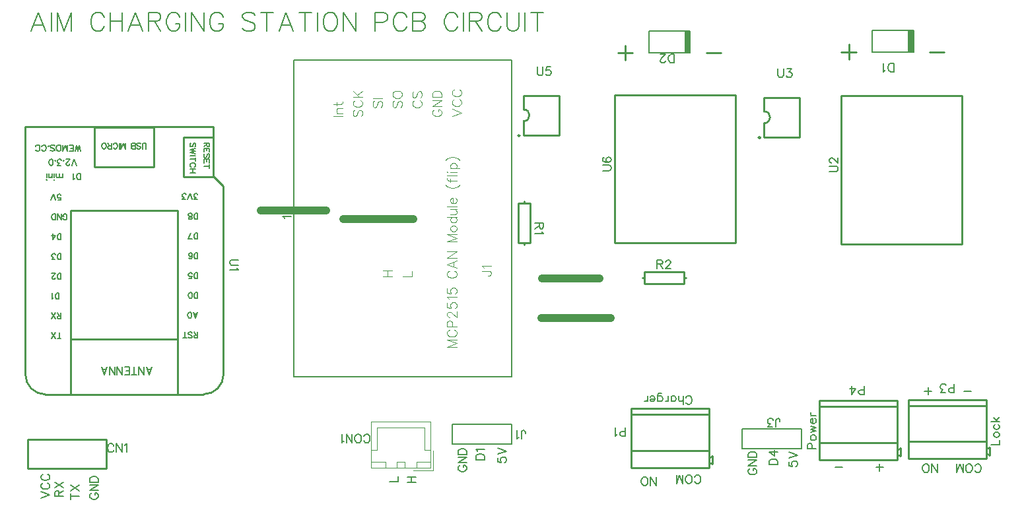
<source format=gto>
G04 Layer: TopSilkscreenLayer*
G04 EasyEDA v6.5.15, 2023-07-15 19:13:26*
G04 7a4bf17ae9984c6ea0cf7d4767ac866e,10*
G04 Gerber Generator version 0.2*
G04 Scale: 100 percent, Rotated: No, Reflected: No *
G04 Dimensions in millimeters *
G04 leading zeros omitted , absolute positions ,4 integer and 5 decimal *
%FSLAX45Y45*%
%MOMM*%

%ADD10C,0.1524*%
%ADD11C,0.1016*%
%ADD12C,1.0000*%
%ADD13C,0.2540*%
%ADD14C,0.1999*%
%ADD15C,0.2032*%
%ADD16C,0.2030*%
%ADD17C,0.1200*%
%ADD18C,0.0155*%

%LPD*%
D10*
X8812022Y-5829807D02*
G01*
X8817356Y-5840221D01*
X8827770Y-5850636D01*
X8837929Y-5855715D01*
X8858758Y-5855715D01*
X8869172Y-5850636D01*
X8879586Y-5840221D01*
X8884920Y-5829807D01*
X8890000Y-5814060D01*
X8890000Y-5788152D01*
X8884920Y-5772657D01*
X8879586Y-5762244D01*
X8869172Y-5751829D01*
X8858758Y-5746750D01*
X8837929Y-5746750D01*
X8827770Y-5751829D01*
X8817356Y-5762244D01*
X8812022Y-5772657D01*
X8746490Y-5855715D02*
G01*
X8756904Y-5850636D01*
X8767318Y-5840221D01*
X8772652Y-5829807D01*
X8777731Y-5814060D01*
X8777731Y-5788152D01*
X8772652Y-5772657D01*
X8767318Y-5762244D01*
X8756904Y-5751829D01*
X8746490Y-5746750D01*
X8725915Y-5746750D01*
X8715502Y-5751829D01*
X8705088Y-5762244D01*
X8699754Y-5772657D01*
X8694674Y-5788152D01*
X8694674Y-5814060D01*
X8699754Y-5829807D01*
X8705088Y-5840221D01*
X8715502Y-5850636D01*
X8725915Y-5855715D01*
X8746490Y-5855715D01*
X8660384Y-5855715D02*
G01*
X8660384Y-5746750D01*
X8660384Y-5855715D02*
G01*
X8618727Y-5746750D01*
X8577326Y-5855715D02*
G01*
X8618727Y-5746750D01*
X8577326Y-5855715D02*
G01*
X8577326Y-5746750D01*
X8318500Y-5881115D02*
G01*
X8318500Y-5772150D01*
X8318500Y-5881115D02*
G01*
X8245856Y-5772150D01*
X8245856Y-5881115D02*
G01*
X8245856Y-5772150D01*
X8180324Y-5881115D02*
G01*
X8190738Y-5876036D01*
X8201152Y-5865621D01*
X8206231Y-5855207D01*
X8211565Y-5839460D01*
X8211565Y-5813552D01*
X8206231Y-5798057D01*
X8201152Y-5787644D01*
X8190738Y-5777229D01*
X8180324Y-5772150D01*
X8159495Y-5772150D01*
X8149081Y-5777229D01*
X8138668Y-5787644D01*
X8133588Y-5798057D01*
X8128254Y-5813552D01*
X8128254Y-5839460D01*
X8133588Y-5855207D01*
X8138668Y-5865621D01*
X8149081Y-5876036D01*
X8159495Y-5881115D01*
X8180324Y-5881115D01*
X608584Y-6019802D02*
G01*
X717550Y-6019802D01*
X608584Y-6019802D02*
G01*
X608584Y-5973066D01*
X613663Y-5957572D01*
X618997Y-5952238D01*
X629411Y-5947158D01*
X639826Y-5947158D01*
X650240Y-5952238D01*
X655320Y-5957572D01*
X660400Y-5973066D01*
X660400Y-6019802D01*
X660400Y-5983480D02*
G01*
X717550Y-5947158D01*
X608584Y-5912868D02*
G01*
X717550Y-5839970D01*
X608584Y-5839970D02*
G01*
X717550Y-5912868D01*
X1078992Y-5979924D02*
G01*
X1068577Y-5985258D01*
X1058163Y-5995672D01*
X1053084Y-6005832D01*
X1053084Y-6026660D01*
X1058163Y-6037074D01*
X1068577Y-6047488D01*
X1078992Y-6052822D01*
X1094740Y-6057902D01*
X1120647Y-6057902D01*
X1136142Y-6052822D01*
X1146556Y-6047488D01*
X1156970Y-6037074D01*
X1162050Y-6026660D01*
X1162050Y-6005832D01*
X1156970Y-5995672D01*
X1146556Y-5985258D01*
X1136142Y-5979924D01*
X1120647Y-5979924D01*
X1120647Y-6005832D02*
G01*
X1120647Y-5979924D01*
X1053084Y-5945634D02*
G01*
X1162050Y-5945634D01*
X1053084Y-5945634D02*
G01*
X1162050Y-5872990D01*
X1053084Y-5872990D02*
G01*
X1162050Y-5872990D01*
X1053084Y-5838700D02*
G01*
X1162050Y-5838700D01*
X1053084Y-5838700D02*
G01*
X1053084Y-5802378D01*
X1058163Y-5786630D01*
X1068577Y-5776216D01*
X1078992Y-5771136D01*
X1094740Y-5765802D01*
X1120647Y-5765802D01*
X1136142Y-5771136D01*
X1146556Y-5776216D01*
X1156970Y-5786630D01*
X1162050Y-5802378D01*
X1162050Y-5838700D01*
X811784Y-6021580D02*
G01*
X920750Y-6021580D01*
X811784Y-6057902D02*
G01*
X811784Y-5985258D01*
X811784Y-5950968D02*
G01*
X920750Y-5878070D01*
X811784Y-5878070D02*
G01*
X920750Y-5950968D01*
X430784Y-6045202D02*
G01*
X539750Y-6003546D01*
X430784Y-5962144D02*
G01*
X539750Y-6003546D01*
X456692Y-5849876D02*
G01*
X446277Y-5854956D01*
X435863Y-5865370D01*
X430784Y-5875784D01*
X430784Y-5896612D01*
X435863Y-5907026D01*
X446277Y-5917440D01*
X456692Y-5922520D01*
X472440Y-5927854D01*
X498347Y-5927854D01*
X513842Y-5922520D01*
X524256Y-5917440D01*
X534670Y-5907026D01*
X539750Y-5896612D01*
X539750Y-5875784D01*
X534670Y-5865370D01*
X524256Y-5854956D01*
X513842Y-5849876D01*
X456692Y-5737608D02*
G01*
X446277Y-5742942D01*
X435863Y-5753102D01*
X430784Y-5763516D01*
X430784Y-5784344D01*
X435863Y-5794758D01*
X446277Y-5805172D01*
X456692Y-5810252D01*
X472440Y-5815586D01*
X498347Y-5815586D01*
X513842Y-5810252D01*
X524256Y-5805172D01*
X534670Y-5794758D01*
X539750Y-5784344D01*
X539750Y-5763516D01*
X534670Y-5753102D01*
X524256Y-5742942D01*
X513842Y-5737608D01*
X4901184Y-5829302D02*
G01*
X5010150Y-5829302D01*
X5010150Y-5829302D02*
G01*
X5010150Y-5767072D01*
X5129784Y-5842002D02*
G01*
X5238750Y-5842002D01*
X5129784Y-5769358D02*
G01*
X5238750Y-5769358D01*
X5181600Y-5842002D02*
G01*
X5181600Y-5769358D01*
X395729Y188721D02*
G01*
X304797Y-49784D01*
X395729Y188721D02*
G01*
X486661Y-49784D01*
X338833Y29718D02*
G01*
X452625Y29718D01*
X561591Y188721D02*
G01*
X561591Y-49784D01*
X636521Y188721D02*
G01*
X636521Y-49784D01*
X636521Y188721D02*
G01*
X727453Y-49784D01*
X818385Y188721D02*
G01*
X727453Y-49784D01*
X818385Y188721D02*
G01*
X818385Y-49784D01*
X1239009Y132079D02*
G01*
X1227579Y154686D01*
X1204719Y177292D01*
X1182113Y188721D01*
X1136647Y188721D01*
X1113787Y177292D01*
X1091181Y154686D01*
X1079751Y132079D01*
X1068321Y97789D01*
X1068321Y41147D01*
X1079751Y6857D01*
X1091181Y-15747D01*
X1113787Y-38607D01*
X1136647Y-49784D01*
X1182113Y-49784D01*
X1204719Y-38607D01*
X1227579Y-15747D01*
X1239009Y6857D01*
X1313939Y188721D02*
G01*
X1313939Y-49784D01*
X1472943Y188721D02*
G01*
X1472943Y-49784D01*
X1313939Y75184D02*
G01*
X1472943Y75184D01*
X1638805Y188721D02*
G01*
X1547873Y-49784D01*
X1638805Y188721D02*
G01*
X1729737Y-49784D01*
X1582163Y29718D02*
G01*
X1695701Y29718D01*
X1804921Y188721D02*
G01*
X1804921Y-49784D01*
X1804921Y188721D02*
G01*
X1907029Y188721D01*
X1941065Y177292D01*
X1952495Y166115D01*
X1963925Y143255D01*
X1963925Y120650D01*
X1952495Y97789D01*
X1941065Y86613D01*
X1907029Y75184D01*
X1804921Y75184D01*
X1884423Y75184D02*
G01*
X1963925Y-49784D01*
X2209289Y132079D02*
G01*
X2197859Y154686D01*
X2175253Y177292D01*
X2152647Y188721D01*
X2107181Y188721D01*
X2084321Y177292D01*
X2061715Y154686D01*
X2050285Y132079D01*
X2038855Y97789D01*
X2038855Y41147D01*
X2050285Y6857D01*
X2061715Y-15747D01*
X2084321Y-38607D01*
X2107181Y-49784D01*
X2152647Y-49784D01*
X2175253Y-38607D01*
X2197859Y-15747D01*
X2209289Y6857D01*
X2209289Y41147D01*
X2152647Y41147D02*
G01*
X2209289Y41147D01*
X2284219Y188721D02*
G01*
X2284219Y-49784D01*
X2359403Y188721D02*
G01*
X2359403Y-49784D01*
X2359403Y188721D02*
G01*
X2518407Y-49784D01*
X2518407Y188721D02*
G01*
X2518407Y-49784D01*
X2763771Y132079D02*
G01*
X2752595Y154686D01*
X2729735Y177292D01*
X2707129Y188721D01*
X2661663Y188721D01*
X2638803Y177292D01*
X2616197Y154686D01*
X2604767Y132079D01*
X2593337Y97789D01*
X2593337Y41147D01*
X2604767Y6857D01*
X2616197Y-15747D01*
X2638803Y-38607D01*
X2661663Y-49784D01*
X2707129Y-49784D01*
X2729735Y-38607D01*
X2752595Y-15747D01*
X2763771Y6857D01*
X2763771Y41147D01*
X2707129Y41147D02*
G01*
X2763771Y41147D01*
X3172965Y154686D02*
G01*
X3150359Y177292D01*
X3116069Y188721D01*
X3070603Y188721D01*
X3036567Y177292D01*
X3013961Y154686D01*
X3013961Y132079D01*
X3025137Y109220D01*
X3036567Y97789D01*
X3059427Y86613D01*
X3127499Y63754D01*
X3150359Y52323D01*
X3161535Y41147D01*
X3172965Y18287D01*
X3172965Y-15747D01*
X3150359Y-38607D01*
X3116069Y-49784D01*
X3070603Y-49784D01*
X3036567Y-38607D01*
X3013961Y-15747D01*
X3327397Y188721D02*
G01*
X3327397Y-49784D01*
X3247895Y188721D02*
G01*
X3407153Y188721D01*
X3573015Y188721D02*
G01*
X3482083Y-49784D01*
X3573015Y188721D02*
G01*
X3663947Y-49784D01*
X3516119Y29718D02*
G01*
X3629911Y29718D01*
X3818379Y188721D02*
G01*
X3818379Y-49784D01*
X3738877Y188721D02*
G01*
X3897881Y188721D01*
X3973065Y188721D02*
G01*
X3973065Y-49784D01*
X4116067Y188721D02*
G01*
X4093461Y177292D01*
X4070601Y154686D01*
X4059425Y132079D01*
X4047995Y97789D01*
X4047995Y41147D01*
X4059425Y6857D01*
X4070601Y-15747D01*
X4093461Y-38607D01*
X4116067Y-49784D01*
X4161533Y-49784D01*
X4184393Y-38607D01*
X4206999Y-15747D01*
X4218429Y6857D01*
X4229859Y41147D01*
X4229859Y97789D01*
X4218429Y132079D01*
X4206999Y154686D01*
X4184393Y177292D01*
X4161533Y188721D01*
X4116067Y188721D01*
X4304789Y188721D02*
G01*
X4304789Y-49784D01*
X4304789Y188721D02*
G01*
X4463793Y-49784D01*
X4463793Y188721D02*
G01*
X4463793Y-49784D01*
X4713983Y188721D02*
G01*
X4713983Y-49784D01*
X4713983Y188721D02*
G01*
X4816091Y188721D01*
X4850127Y177292D01*
X4861557Y166115D01*
X4872987Y143255D01*
X4872987Y109220D01*
X4861557Y86613D01*
X4850127Y75184D01*
X4816091Y63754D01*
X4713983Y63754D01*
X5118351Y132079D02*
G01*
X5107175Y154686D01*
X5084315Y177292D01*
X5061709Y188721D01*
X5016243Y188721D01*
X4993383Y177292D01*
X4970777Y154686D01*
X4959347Y132079D01*
X4947917Y97789D01*
X4947917Y41147D01*
X4959347Y6857D01*
X4970777Y-15747D01*
X4993383Y-38607D01*
X5016243Y-49784D01*
X5061709Y-49784D01*
X5084315Y-38607D01*
X5107175Y-15747D01*
X5118351Y6857D01*
X5193535Y188721D02*
G01*
X5193535Y-49784D01*
X5193535Y188721D02*
G01*
X5295643Y188721D01*
X5329679Y177292D01*
X5341109Y166115D01*
X5352539Y143255D01*
X5352539Y120650D01*
X5341109Y97789D01*
X5329679Y86613D01*
X5295643Y75184D01*
X5193535Y75184D02*
G01*
X5295643Y75184D01*
X5329679Y63754D01*
X5341109Y52323D01*
X5352539Y29718D01*
X5352539Y-4318D01*
X5341109Y-27178D01*
X5329679Y-38607D01*
X5295643Y-49784D01*
X5193535Y-49784D01*
X5772909Y132079D02*
G01*
X5761733Y154686D01*
X5738873Y177292D01*
X5716267Y188721D01*
X5670801Y188721D01*
X5647941Y177292D01*
X5625335Y154686D01*
X5613905Y132079D01*
X5602475Y97789D01*
X5602475Y41147D01*
X5613905Y6857D01*
X5625335Y-15747D01*
X5647941Y-38607D01*
X5670801Y-49784D01*
X5716267Y-49784D01*
X5738873Y-38607D01*
X5761733Y-15747D01*
X5772909Y6857D01*
X5848093Y188721D02*
G01*
X5848093Y-49784D01*
X5923023Y188721D02*
G01*
X5923023Y-49784D01*
X5923023Y188721D02*
G01*
X6025131Y188721D01*
X6059421Y177292D01*
X6070597Y166115D01*
X6082027Y143255D01*
X6082027Y120650D01*
X6070597Y97789D01*
X6059421Y86613D01*
X6025131Y75184D01*
X5923023Y75184D01*
X6002525Y75184D02*
G01*
X6082027Y-49784D01*
X6327391Y132079D02*
G01*
X6316215Y154686D01*
X6293355Y177292D01*
X6270749Y188721D01*
X6225283Y188721D01*
X6202423Y177292D01*
X6179817Y154686D01*
X6168387Y132079D01*
X6156957Y97789D01*
X6156957Y41147D01*
X6168387Y6857D01*
X6179817Y-15747D01*
X6202423Y-38607D01*
X6225283Y-49784D01*
X6270749Y-49784D01*
X6293355Y-38607D01*
X6316215Y-15747D01*
X6327391Y6857D01*
X6402575Y188721D02*
G01*
X6402575Y18287D01*
X6414005Y-15747D01*
X6436611Y-38607D01*
X6470647Y-49784D01*
X6493507Y-49784D01*
X6527543Y-38607D01*
X6550149Y-15747D01*
X6561579Y18287D01*
X6561579Y188721D01*
X6636509Y188721D02*
G01*
X6636509Y-49784D01*
X6791195Y188721D02*
G01*
X6791195Y-49784D01*
X6711693Y188721D02*
G01*
X6870697Y188721D01*
X5803392Y-5624324D02*
G01*
X5792977Y-5629658D01*
X5782563Y-5640072D01*
X5777484Y-5650232D01*
X5777484Y-5671060D01*
X5782563Y-5681474D01*
X5792977Y-5691888D01*
X5803392Y-5697222D01*
X5819140Y-5702302D01*
X5845047Y-5702302D01*
X5860542Y-5697222D01*
X5870956Y-5691888D01*
X5881370Y-5681474D01*
X5886450Y-5671060D01*
X5886450Y-5650232D01*
X5881370Y-5640072D01*
X5870956Y-5629658D01*
X5860542Y-5624324D01*
X5845047Y-5624324D01*
X5845047Y-5650232D02*
G01*
X5845047Y-5624324D01*
X5777484Y-5590034D02*
G01*
X5886450Y-5590034D01*
X5777484Y-5590034D02*
G01*
X5886450Y-5517390D01*
X5777484Y-5517390D02*
G01*
X5886450Y-5517390D01*
X5777484Y-5483100D02*
G01*
X5886450Y-5483100D01*
X5777484Y-5483100D02*
G01*
X5777484Y-5446778D01*
X5782563Y-5431030D01*
X5792977Y-5420616D01*
X5803392Y-5415536D01*
X5819140Y-5410202D01*
X5845047Y-5410202D01*
X5860542Y-5415536D01*
X5870956Y-5420616D01*
X5881370Y-5431030D01*
X5886450Y-5446778D01*
X5886450Y-5483100D01*
X6006084Y-5549902D02*
G01*
X6115050Y-5549902D01*
X6006084Y-5549902D02*
G01*
X6006084Y-5513580D01*
X6011163Y-5497832D01*
X6021577Y-5487672D01*
X6031992Y-5482338D01*
X6047740Y-5477258D01*
X6073647Y-5477258D01*
X6089142Y-5482338D01*
X6099556Y-5487672D01*
X6109970Y-5497832D01*
X6115050Y-5513580D01*
X6115050Y-5549902D01*
X6026911Y-5442968D02*
G01*
X6021577Y-5432554D01*
X6006084Y-5416806D01*
X6115050Y-5416806D01*
X6285484Y-5525772D02*
G01*
X6285484Y-5577588D01*
X6332220Y-5582922D01*
X6327140Y-5577588D01*
X6321806Y-5562094D01*
X6321806Y-5546346D01*
X6327140Y-5530852D01*
X6337300Y-5520438D01*
X6353047Y-5515358D01*
X6363461Y-5515358D01*
X6378956Y-5520438D01*
X6389370Y-5530852D01*
X6394450Y-5546346D01*
X6394450Y-5562094D01*
X6389370Y-5577588D01*
X6384290Y-5582922D01*
X6373876Y-5588002D01*
X6285484Y-5481068D02*
G01*
X6394450Y-5439412D01*
X6285484Y-5397756D02*
G01*
X6394450Y-5439412D01*
X10019286Y-5576572D02*
G01*
X10019286Y-5628388D01*
X10066022Y-5633722D01*
X10060942Y-5628388D01*
X10055608Y-5612894D01*
X10055608Y-5597146D01*
X10060942Y-5581652D01*
X10071102Y-5571238D01*
X10086850Y-5566158D01*
X10097264Y-5566158D01*
X10112758Y-5571238D01*
X10123172Y-5581652D01*
X10128252Y-5597146D01*
X10128252Y-5612894D01*
X10123172Y-5628388D01*
X10118092Y-5633722D01*
X10107678Y-5638802D01*
X10019286Y-5531868D02*
G01*
X10128252Y-5490212D01*
X10019286Y-5448556D02*
G01*
X10128252Y-5490212D01*
X9765284Y-5613400D02*
G01*
X9874250Y-5613400D01*
X9765284Y-5613400D02*
G01*
X9765284Y-5577078D01*
X9770363Y-5561329D01*
X9780777Y-5551170D01*
X9791192Y-5545836D01*
X9806940Y-5540755D01*
X9832847Y-5540755D01*
X9848342Y-5545836D01*
X9858756Y-5551170D01*
X9869170Y-5561329D01*
X9874250Y-5577078D01*
X9874250Y-5613400D01*
X9765284Y-5454395D02*
G01*
X9837927Y-5506465D01*
X9837927Y-5428487D01*
X9765284Y-5454395D02*
G01*
X9874250Y-5454395D01*
X9524494Y-5662424D02*
G01*
X9514080Y-5667758D01*
X9503666Y-5678172D01*
X9498586Y-5688332D01*
X9498586Y-5709160D01*
X9503666Y-5719574D01*
X9514080Y-5729988D01*
X9524494Y-5735322D01*
X9540242Y-5740402D01*
X9566150Y-5740402D01*
X9581644Y-5735322D01*
X9592058Y-5729988D01*
X9602472Y-5719574D01*
X9607552Y-5709160D01*
X9607552Y-5688332D01*
X9602472Y-5678172D01*
X9592058Y-5667758D01*
X9581644Y-5662424D01*
X9566150Y-5662424D01*
X9566150Y-5688332D02*
G01*
X9566150Y-5662424D01*
X9498586Y-5628134D02*
G01*
X9607552Y-5628134D01*
X9498586Y-5628134D02*
G01*
X9607552Y-5555490D01*
X9498586Y-5555490D02*
G01*
X9607552Y-5555490D01*
X9498586Y-5521200D02*
G01*
X9607552Y-5521200D01*
X9498586Y-5521200D02*
G01*
X9498586Y-5484878D01*
X9503666Y-5469130D01*
X9514080Y-5458716D01*
X9524494Y-5453636D01*
X9540242Y-5448302D01*
X9566150Y-5448302D01*
X9581644Y-5453636D01*
X9592058Y-5458716D01*
X9602472Y-5469130D01*
X9607552Y-5484878D01*
X9607552Y-5521200D01*
X12406122Y-5690107D02*
G01*
X12411456Y-5700521D01*
X12421870Y-5710936D01*
X12432029Y-5716015D01*
X12452858Y-5716015D01*
X12463272Y-5710936D01*
X12473686Y-5700521D01*
X12479020Y-5690107D01*
X12484100Y-5674360D01*
X12484100Y-5648452D01*
X12479020Y-5632957D01*
X12473686Y-5622544D01*
X12463272Y-5612129D01*
X12452858Y-5607050D01*
X12432029Y-5607050D01*
X12421870Y-5612129D01*
X12411456Y-5622544D01*
X12406122Y-5632957D01*
X12340590Y-5716015D02*
G01*
X12351004Y-5710936D01*
X12361418Y-5700521D01*
X12366752Y-5690107D01*
X12371831Y-5674360D01*
X12371831Y-5648452D01*
X12366752Y-5632957D01*
X12361418Y-5622544D01*
X12351004Y-5612129D01*
X12340590Y-5607050D01*
X12320015Y-5607050D01*
X12309602Y-5612129D01*
X12299188Y-5622544D01*
X12293854Y-5632957D01*
X12288774Y-5648452D01*
X12288774Y-5674360D01*
X12293854Y-5690107D01*
X12299188Y-5700521D01*
X12309602Y-5710936D01*
X12320015Y-5716015D01*
X12340590Y-5716015D01*
X12254484Y-5716015D02*
G01*
X12254484Y-5607050D01*
X12254484Y-5716015D02*
G01*
X12212827Y-5607050D01*
X12171426Y-5716015D02*
G01*
X12212827Y-5607050D01*
X12171426Y-5716015D02*
G01*
X12171426Y-5607050D01*
X11925300Y-5716015D02*
G01*
X11925300Y-5607050D01*
X11925300Y-5716015D02*
G01*
X11852656Y-5607050D01*
X11852656Y-5716015D02*
G01*
X11852656Y-5607050D01*
X11787124Y-5716015D02*
G01*
X11797538Y-5710936D01*
X11807952Y-5700521D01*
X11813031Y-5690107D01*
X11818365Y-5674360D01*
X11818365Y-5648452D01*
X11813031Y-5632957D01*
X11807952Y-5622544D01*
X11797538Y-5612129D01*
X11787124Y-5607050D01*
X11766295Y-5607050D01*
X11755881Y-5612129D01*
X11745468Y-5622544D01*
X11740388Y-5632957D01*
X11735054Y-5648452D01*
X11735054Y-5674360D01*
X11740388Y-5690107D01*
X11745468Y-5700521D01*
X11755881Y-5710936D01*
X11766295Y-5716015D01*
X11787124Y-5716015D01*
X11184633Y-5602478D02*
G01*
X11184633Y-5695950D01*
X11137897Y-5649213D02*
G01*
X11231369Y-5649213D01*
X10617197Y-5649213D02*
G01*
X10710669Y-5649213D01*
X11806933Y-4624578D02*
G01*
X11806933Y-4718050D01*
X11760197Y-4671313D02*
G01*
X11853669Y-4671313D01*
X12268197Y-4671313D02*
G01*
X12361669Y-4671313D01*
X8697724Y-4813807D02*
G01*
X8703058Y-4824221D01*
X8713472Y-4834636D01*
X8723632Y-4839715D01*
X8744460Y-4839715D01*
X8754874Y-4834636D01*
X8765288Y-4824221D01*
X8770622Y-4813807D01*
X8775702Y-4798060D01*
X8775702Y-4772152D01*
X8770622Y-4756657D01*
X8765288Y-4746244D01*
X8754874Y-4735829D01*
X8744460Y-4730750D01*
X8723632Y-4730750D01*
X8713472Y-4735829D01*
X8703058Y-4746244D01*
X8697724Y-4756657D01*
X8663434Y-4839715D02*
G01*
X8663434Y-4730750D01*
X8663434Y-4782565D02*
G01*
X8647940Y-4798060D01*
X8637526Y-4803394D01*
X8622032Y-4803394D01*
X8611618Y-4798060D01*
X8606284Y-4782565D01*
X8606284Y-4730750D01*
X8509764Y-4803394D02*
G01*
X8509764Y-4730750D01*
X8509764Y-4787900D02*
G01*
X8520178Y-4798060D01*
X8530592Y-4803394D01*
X8546086Y-4803394D01*
X8556500Y-4798060D01*
X8566914Y-4787900D01*
X8571994Y-4772152D01*
X8571994Y-4761737D01*
X8566914Y-4746244D01*
X8556500Y-4735829D01*
X8546086Y-4730750D01*
X8530592Y-4730750D01*
X8520178Y-4735829D01*
X8509764Y-4746244D01*
X8475474Y-4803394D02*
G01*
X8475474Y-4730750D01*
X8475474Y-4772152D02*
G01*
X8470140Y-4787900D01*
X8459726Y-4798060D01*
X8449312Y-4803394D01*
X8433818Y-4803394D01*
X8337298Y-4803394D02*
G01*
X8337298Y-4720336D01*
X8342378Y-4704587D01*
X8347712Y-4699507D01*
X8357872Y-4694173D01*
X8373620Y-4694173D01*
X8384034Y-4699507D01*
X8337298Y-4787900D02*
G01*
X8347712Y-4798060D01*
X8357872Y-4803394D01*
X8373620Y-4803394D01*
X8384034Y-4798060D01*
X8394448Y-4787900D01*
X8399528Y-4772152D01*
X8399528Y-4761737D01*
X8394448Y-4746244D01*
X8384034Y-4735829D01*
X8373620Y-4730750D01*
X8357872Y-4730750D01*
X8347712Y-4735829D01*
X8337298Y-4746244D01*
X8303008Y-4772152D02*
G01*
X8240524Y-4772152D01*
X8240524Y-4782565D01*
X8245858Y-4792979D01*
X8250938Y-4798060D01*
X8261352Y-4803394D01*
X8276846Y-4803394D01*
X8287260Y-4798060D01*
X8297674Y-4787900D01*
X8303008Y-4772152D01*
X8303008Y-4761737D01*
X8297674Y-4746244D01*
X8287260Y-4735829D01*
X8276846Y-4730750D01*
X8261352Y-4730750D01*
X8250938Y-4735829D01*
X8240524Y-4746244D01*
X8206234Y-4803394D02*
G01*
X8206234Y-4730750D01*
X8206234Y-4772152D02*
G01*
X8201154Y-4787900D01*
X8190740Y-4798060D01*
X8180326Y-4803394D01*
X8164832Y-4803394D01*
X12610084Y-5359402D02*
G01*
X12719050Y-5359402D01*
X12719050Y-5359402D02*
G01*
X12719050Y-5297172D01*
X12646406Y-5236720D02*
G01*
X12651740Y-5247134D01*
X12661900Y-5257548D01*
X12677647Y-5262882D01*
X12688061Y-5262882D01*
X12703556Y-5257548D01*
X12713970Y-5247134D01*
X12719050Y-5236720D01*
X12719050Y-5221226D01*
X12713970Y-5210812D01*
X12703556Y-5200398D01*
X12688061Y-5195318D01*
X12677647Y-5195318D01*
X12661900Y-5200398D01*
X12651740Y-5210812D01*
X12646406Y-5221226D01*
X12646406Y-5236720D01*
X12661900Y-5098544D02*
G01*
X12651740Y-5108958D01*
X12646406Y-5119372D01*
X12646406Y-5134866D01*
X12651740Y-5145280D01*
X12661900Y-5155694D01*
X12677647Y-5161028D01*
X12688061Y-5161028D01*
X12703556Y-5155694D01*
X12713970Y-5145280D01*
X12719050Y-5134866D01*
X12719050Y-5119372D01*
X12713970Y-5108958D01*
X12703556Y-5098544D01*
X12610084Y-5064254D02*
G01*
X12719050Y-5064254D01*
X12646406Y-5012438D02*
G01*
X12698476Y-5064254D01*
X12677647Y-5043426D02*
G01*
X12719050Y-5007104D01*
X10260584Y-5410202D02*
G01*
X10369550Y-5410202D01*
X10260584Y-5410202D02*
G01*
X10260584Y-5363466D01*
X10265663Y-5347972D01*
X10270997Y-5342638D01*
X10281411Y-5337558D01*
X10296906Y-5337558D01*
X10307320Y-5342638D01*
X10312400Y-5347972D01*
X10317734Y-5363466D01*
X10317734Y-5410202D01*
X10296906Y-5277106D02*
G01*
X10302240Y-5287520D01*
X10312400Y-5297934D01*
X10328147Y-5303268D01*
X10338561Y-5303268D01*
X10354056Y-5297934D01*
X10364470Y-5287520D01*
X10369550Y-5277106D01*
X10369550Y-5261612D01*
X10364470Y-5251198D01*
X10354056Y-5240784D01*
X10338561Y-5235704D01*
X10328147Y-5235704D01*
X10312400Y-5240784D01*
X10302240Y-5251198D01*
X10296906Y-5261612D01*
X10296906Y-5277106D01*
X10296906Y-5201414D02*
G01*
X10369550Y-5180586D01*
X10296906Y-5159758D02*
G01*
X10369550Y-5180586D01*
X10296906Y-5159758D02*
G01*
X10369550Y-5138930D01*
X10296906Y-5118102D02*
G01*
X10369550Y-5138930D01*
X10328147Y-5083812D02*
G01*
X10328147Y-5021582D01*
X10317734Y-5021582D01*
X10307320Y-5026662D01*
X10302240Y-5031996D01*
X10296906Y-5042410D01*
X10296906Y-5057904D01*
X10302240Y-5068318D01*
X10312400Y-5078732D01*
X10328147Y-5083812D01*
X10338561Y-5083812D01*
X10354056Y-5078732D01*
X10364470Y-5068318D01*
X10369550Y-5057904D01*
X10369550Y-5042410D01*
X10364470Y-5031996D01*
X10354056Y-5021582D01*
X10296906Y-4987292D02*
G01*
X10369550Y-4987292D01*
X10328147Y-4987292D02*
G01*
X10312400Y-4982212D01*
X10302240Y-4971798D01*
X10296906Y-4961384D01*
X10296906Y-4945636D01*
X10985500Y-4712715D02*
G01*
X10985500Y-4603750D01*
X10985500Y-4712715D02*
G01*
X10938763Y-4712715D01*
X10923270Y-4707636D01*
X10917936Y-4702302D01*
X10912856Y-4691887D01*
X10912856Y-4676394D01*
X10917936Y-4665979D01*
X10923270Y-4660900D01*
X10938763Y-4655565D01*
X10985500Y-4655565D01*
X10826495Y-4712715D02*
G01*
X10878565Y-4640071D01*
X10800588Y-4640071D01*
X10826495Y-4712715D02*
G01*
X10826495Y-4603750D01*
X11364213Y-572515D02*
G01*
X11364213Y-463550D01*
X11364213Y-572515D02*
G01*
X11327892Y-572515D01*
X11312143Y-567436D01*
X11301984Y-557021D01*
X11296650Y-546607D01*
X11291570Y-530860D01*
X11291570Y-504952D01*
X11296650Y-489457D01*
X11301984Y-479044D01*
X11312143Y-468629D01*
X11327892Y-463550D01*
X11364213Y-463550D01*
X11257279Y-551687D02*
G01*
X11246865Y-557021D01*
X11231118Y-572515D01*
X11231118Y-463550D01*
X9853929Y-5131815D02*
G01*
X9853929Y-5048757D01*
X9859263Y-5033010D01*
X9864343Y-5027929D01*
X9874758Y-5022850D01*
X9885172Y-5022850D01*
X9895586Y-5027929D01*
X9900920Y-5033010D01*
X9906000Y-5048757D01*
X9906000Y-5059171D01*
X9809479Y-5131815D02*
G01*
X9752329Y-5131815D01*
X9783318Y-5090160D01*
X9767824Y-5090160D01*
X9757409Y-5085079D01*
X9752329Y-5080000D01*
X9746995Y-5064252D01*
X9746995Y-5053837D01*
X9752329Y-5038344D01*
X9762490Y-5027929D01*
X9778238Y-5022850D01*
X9793731Y-5022850D01*
X9809479Y-5027929D01*
X9814559Y-5033010D01*
X9819640Y-5043423D01*
X8329162Y-2990850D02*
G01*
X8329162Y-3099815D01*
X8329162Y-2990850D02*
G01*
X8375898Y-2990850D01*
X8391392Y-2995929D01*
X8396726Y-3001263D01*
X8401806Y-3011678D01*
X8401806Y-3022092D01*
X8396726Y-3032505D01*
X8391392Y-3037586D01*
X8375898Y-3042665D01*
X8329162Y-3042665D01*
X8365484Y-3042665D02*
G01*
X8401806Y-3099815D01*
X8441430Y-3016757D02*
G01*
X8441430Y-3011678D01*
X8446510Y-3001263D01*
X8451844Y-2995929D01*
X8462258Y-2990850D01*
X8482832Y-2990850D01*
X8493246Y-2995929D01*
X8498580Y-3001263D01*
X8503660Y-3011678D01*
X8503660Y-3022092D01*
X8498580Y-3032505D01*
X8488166Y-3048000D01*
X8436096Y-3099815D01*
X8508994Y-3099815D01*
X10539984Y-1854200D02*
G01*
X10617961Y-1854200D01*
X10633456Y-1849120D01*
X10643870Y-1838705D01*
X10648950Y-1822957D01*
X10648950Y-1812544D01*
X10643870Y-1797050D01*
X10633456Y-1786636D01*
X10617961Y-1781555D01*
X10539984Y-1781555D01*
X10565892Y-1741931D02*
G01*
X10560811Y-1741931D01*
X10550397Y-1736852D01*
X10545063Y-1731518D01*
X10539984Y-1721104D01*
X10539984Y-1700529D01*
X10545063Y-1690115D01*
X10550397Y-1684781D01*
X10560811Y-1679702D01*
X10571226Y-1679702D01*
X10581640Y-1684781D01*
X10597134Y-1695195D01*
X10648950Y-1747265D01*
X10648950Y-1674368D01*
X9880092Y-535876D02*
G01*
X9880092Y-613854D01*
X9885172Y-629348D01*
X9895586Y-639762D01*
X9911334Y-644842D01*
X9921747Y-644842D01*
X9937242Y-639762D01*
X9947656Y-629348D01*
X9952736Y-613854D01*
X9952736Y-535876D01*
X9997440Y-535876D02*
G01*
X10054590Y-535876D01*
X10023602Y-577532D01*
X10039095Y-577532D01*
X10049509Y-582612D01*
X10054590Y-587692D01*
X10059924Y-603440D01*
X10059924Y-613854D01*
X10054590Y-629348D01*
X10044176Y-639762D01*
X10028681Y-644842D01*
X10013188Y-644842D01*
X9997440Y-639762D01*
X9992359Y-634682D01*
X9987026Y-624268D01*
X7924800Y-5246115D02*
G01*
X7924800Y-5137150D01*
X7924800Y-5246115D02*
G01*
X7878063Y-5246115D01*
X7862570Y-5241036D01*
X7857236Y-5235702D01*
X7852156Y-5225287D01*
X7852156Y-5209794D01*
X7857236Y-5199379D01*
X7862570Y-5194300D01*
X7878063Y-5188965D01*
X7924800Y-5188965D01*
X7817865Y-5225287D02*
G01*
X7807452Y-5230621D01*
X7791704Y-5246115D01*
X7791704Y-5137150D01*
X12141200Y-4687315D02*
G01*
X12141200Y-4578350D01*
X12141200Y-4687315D02*
G01*
X12094463Y-4687315D01*
X12078970Y-4682236D01*
X12073636Y-4676902D01*
X12068556Y-4666487D01*
X12068556Y-4650994D01*
X12073636Y-4640579D01*
X12078970Y-4635500D01*
X12094463Y-4630165D01*
X12141200Y-4630165D01*
X12023852Y-4687315D02*
G01*
X11966702Y-4687315D01*
X11997690Y-4645660D01*
X11982195Y-4645660D01*
X11971781Y-4640579D01*
X11966702Y-4635500D01*
X11961368Y-4619752D01*
X11961368Y-4609337D01*
X11966702Y-4593844D01*
X11977115Y-4583429D01*
X11992609Y-4578350D01*
X12008104Y-4578350D01*
X12023852Y-4583429D01*
X12028931Y-4588510D01*
X12034265Y-4598923D01*
X6590029Y-5284215D02*
G01*
X6590029Y-5201157D01*
X6595363Y-5185410D01*
X6600443Y-5180329D01*
X6610858Y-5175250D01*
X6621272Y-5175250D01*
X6631686Y-5180329D01*
X6637020Y-5185410D01*
X6642100Y-5201157D01*
X6642100Y-5211571D01*
X6555740Y-5263387D02*
G01*
X6545579Y-5268721D01*
X6529831Y-5284215D01*
X6529831Y-5175250D01*
X4570224Y-5309107D02*
G01*
X4575558Y-5319521D01*
X4585972Y-5329936D01*
X4596132Y-5335015D01*
X4616960Y-5335015D01*
X4627374Y-5329936D01*
X4637788Y-5319521D01*
X4643122Y-5309107D01*
X4648202Y-5293360D01*
X4648202Y-5267452D01*
X4643122Y-5251957D01*
X4637788Y-5241544D01*
X4627374Y-5231129D01*
X4616960Y-5226050D01*
X4596132Y-5226050D01*
X4585972Y-5231129D01*
X4575558Y-5241544D01*
X4570224Y-5251957D01*
X4504692Y-5335015D02*
G01*
X4515106Y-5329936D01*
X4525520Y-5319521D01*
X4530854Y-5309107D01*
X4535934Y-5293360D01*
X4535934Y-5267452D01*
X4530854Y-5251957D01*
X4525520Y-5241544D01*
X4515106Y-5231129D01*
X4504692Y-5226050D01*
X4484118Y-5226050D01*
X4473704Y-5231129D01*
X4463290Y-5241544D01*
X4457956Y-5251957D01*
X4452876Y-5267452D01*
X4452876Y-5293360D01*
X4457956Y-5309107D01*
X4463290Y-5319521D01*
X4473704Y-5329936D01*
X4484118Y-5335015D01*
X4504692Y-5335015D01*
X4418586Y-5335015D02*
G01*
X4418586Y-5226050D01*
X4418586Y-5335015D02*
G01*
X4345942Y-5226050D01*
X4345942Y-5335015D02*
G01*
X4345942Y-5226050D01*
X4311652Y-5314187D02*
G01*
X4301238Y-5319521D01*
X4285490Y-5335015D01*
X4285490Y-5226050D01*
X3550411Y-2451100D02*
G01*
X3545077Y-2440686D01*
X3529584Y-2425192D01*
X3638550Y-2425192D01*
D11*
X5637529Y-4102100D02*
G01*
X5758942Y-4102100D01*
X5637529Y-4102100D02*
G01*
X5758942Y-4055871D01*
X5637529Y-4009644D02*
G01*
X5758942Y-4055871D01*
X5637529Y-4009644D02*
G01*
X5758942Y-4009644D01*
X5666486Y-3884929D02*
G01*
X5655056Y-3890771D01*
X5643372Y-3902455D01*
X5637529Y-3913886D01*
X5637529Y-3937000D01*
X5643372Y-3948429D01*
X5655056Y-3960113D01*
X5666486Y-3965955D01*
X5683758Y-3971544D01*
X5712713Y-3971544D01*
X5729986Y-3965955D01*
X5741670Y-3960113D01*
X5753100Y-3948429D01*
X5758942Y-3937000D01*
X5758942Y-3913886D01*
X5753100Y-3902455D01*
X5741670Y-3890771D01*
X5729986Y-3884929D01*
X5637529Y-3846829D02*
G01*
X5758942Y-3846829D01*
X5637529Y-3846829D02*
G01*
X5637529Y-3795013D01*
X5643372Y-3777742D01*
X5649213Y-3771900D01*
X5660643Y-3766057D01*
X5678170Y-3766057D01*
X5689600Y-3771900D01*
X5695442Y-3777742D01*
X5701029Y-3795013D01*
X5701029Y-3846829D01*
X5666486Y-3722370D02*
G01*
X5660643Y-3722370D01*
X5649213Y-3716528D01*
X5643372Y-3710686D01*
X5637529Y-3699255D01*
X5637529Y-3676142D01*
X5643372Y-3664457D01*
X5649213Y-3658870D01*
X5660643Y-3653028D01*
X5672327Y-3653028D01*
X5683758Y-3658870D01*
X5701029Y-3670300D01*
X5758942Y-3727957D01*
X5758942Y-3647186D01*
X5637529Y-3539744D02*
G01*
X5637529Y-3597655D01*
X5689600Y-3603244D01*
X5683758Y-3597655D01*
X5678170Y-3580129D01*
X5678170Y-3562857D01*
X5683758Y-3545586D01*
X5695442Y-3534155D01*
X5712713Y-3528313D01*
X5724143Y-3528313D01*
X5741670Y-3534155D01*
X5753100Y-3545586D01*
X5758942Y-3562857D01*
X5758942Y-3580129D01*
X5753100Y-3597655D01*
X5747258Y-3603244D01*
X5735827Y-3609086D01*
X5660643Y-3490213D02*
G01*
X5655056Y-3478529D01*
X5637529Y-3461257D01*
X5758942Y-3461257D01*
X5637529Y-3354070D02*
G01*
X5637529Y-3411728D01*
X5689600Y-3417570D01*
X5683758Y-3411728D01*
X5678170Y-3394455D01*
X5678170Y-3376929D01*
X5683758Y-3359657D01*
X5695442Y-3348228D01*
X5712713Y-3342386D01*
X5724143Y-3342386D01*
X5741670Y-3348228D01*
X5753100Y-3359657D01*
X5758942Y-3376929D01*
X5758942Y-3394455D01*
X5753100Y-3411728D01*
X5747258Y-3417570D01*
X5735827Y-3423157D01*
X5666486Y-3128771D02*
G01*
X5655056Y-3134613D01*
X5643372Y-3146044D01*
X5637529Y-3157728D01*
X5637529Y-3180842D01*
X5643372Y-3192271D01*
X5655056Y-3203955D01*
X5666486Y-3209544D01*
X5683758Y-3215386D01*
X5712713Y-3215386D01*
X5729986Y-3209544D01*
X5741670Y-3203955D01*
X5753100Y-3192271D01*
X5758942Y-3180842D01*
X5758942Y-3157728D01*
X5753100Y-3146044D01*
X5741670Y-3134613D01*
X5729986Y-3128771D01*
X5637529Y-3044444D02*
G01*
X5758942Y-3090671D01*
X5637529Y-3044444D02*
G01*
X5758942Y-2998470D01*
X5718556Y-3073400D02*
G01*
X5718556Y-3015742D01*
X5637529Y-2960370D02*
G01*
X5758942Y-2960370D01*
X5637529Y-2960370D02*
G01*
X5758942Y-2879344D01*
X5637529Y-2879344D02*
G01*
X5758942Y-2879344D01*
X5637529Y-2752344D02*
G01*
X5758942Y-2752344D01*
X5637529Y-2752344D02*
G01*
X5758942Y-2706370D01*
X5637529Y-2660142D02*
G01*
X5758942Y-2706370D01*
X5637529Y-2660142D02*
G01*
X5758942Y-2660142D01*
X5678170Y-2593086D02*
G01*
X5683758Y-2604770D01*
X5695442Y-2616200D01*
X5712713Y-2622042D01*
X5724143Y-2622042D01*
X5741670Y-2616200D01*
X5753100Y-2604770D01*
X5758942Y-2593086D01*
X5758942Y-2575813D01*
X5753100Y-2564129D01*
X5741670Y-2552700D01*
X5724143Y-2546857D01*
X5712713Y-2546857D01*
X5695442Y-2552700D01*
X5683758Y-2564129D01*
X5678170Y-2575813D01*
X5678170Y-2593086D01*
X5637529Y-2439670D02*
G01*
X5758942Y-2439670D01*
X5695442Y-2439670D02*
G01*
X5683758Y-2451100D01*
X5678170Y-2462529D01*
X5678170Y-2480055D01*
X5683758Y-2491486D01*
X5695442Y-2503170D01*
X5712713Y-2508757D01*
X5724143Y-2508757D01*
X5741670Y-2503170D01*
X5753100Y-2491486D01*
X5758942Y-2480055D01*
X5758942Y-2462529D01*
X5753100Y-2451100D01*
X5741670Y-2439670D01*
X5678170Y-2401570D02*
G01*
X5735827Y-2401570D01*
X5753100Y-2395728D01*
X5758942Y-2384044D01*
X5758942Y-2366771D01*
X5753100Y-2355342D01*
X5735827Y-2338070D01*
X5678170Y-2338070D02*
G01*
X5758942Y-2338070D01*
X5637529Y-2299970D02*
G01*
X5758942Y-2299970D01*
X5712713Y-2261870D02*
G01*
X5712713Y-2192528D01*
X5701029Y-2192528D01*
X5689600Y-2198370D01*
X5683758Y-2203957D01*
X5678170Y-2215642D01*
X5678170Y-2232913D01*
X5683758Y-2244344D01*
X5695442Y-2256028D01*
X5712713Y-2261870D01*
X5724143Y-2261870D01*
X5741670Y-2256028D01*
X5753100Y-2244344D01*
X5758942Y-2232913D01*
X5758942Y-2215642D01*
X5753100Y-2203957D01*
X5741670Y-2192528D01*
X5614670Y-2025142D02*
G01*
X5626100Y-2036571D01*
X5643372Y-2048255D01*
X5666486Y-2059686D01*
X5695442Y-2065528D01*
X5718556Y-2065528D01*
X5747258Y-2059686D01*
X5770372Y-2048255D01*
X5787643Y-2036571D01*
X5799327Y-2025142D01*
X5637529Y-1940813D02*
G01*
X5637529Y-1952244D01*
X5643372Y-1963928D01*
X5660643Y-1969770D01*
X5758942Y-1969770D01*
X5678170Y-1987042D02*
G01*
X5678170Y-1946655D01*
X5637529Y-1902713D02*
G01*
X5758942Y-1902713D01*
X5637529Y-1864613D02*
G01*
X5643372Y-1858771D01*
X5637529Y-1852929D01*
X5631942Y-1858771D01*
X5637529Y-1864613D01*
X5678170Y-1858771D02*
G01*
X5758942Y-1858771D01*
X5678170Y-1814829D02*
G01*
X5799327Y-1814829D01*
X5695442Y-1814829D02*
G01*
X5683758Y-1803400D01*
X5678170Y-1791970D01*
X5678170Y-1774444D01*
X5683758Y-1763013D01*
X5695442Y-1751329D01*
X5712713Y-1745742D01*
X5724143Y-1745742D01*
X5741670Y-1751329D01*
X5753100Y-1763013D01*
X5758942Y-1774444D01*
X5758942Y-1791970D01*
X5753100Y-1803400D01*
X5741670Y-1814829D01*
X5614670Y-1707642D02*
G01*
X5626100Y-1695957D01*
X5643372Y-1684528D01*
X5666486Y-1672844D01*
X5695442Y-1667255D01*
X5718556Y-1667255D01*
X5747258Y-1672844D01*
X5770372Y-1684528D01*
X5787643Y-1695957D01*
X5799327Y-1707642D01*
X4812029Y-3200400D02*
G01*
X4933442Y-3200400D01*
X4812029Y-3119628D02*
G01*
X4933442Y-3119628D01*
X4869942Y-3200400D02*
G01*
X4869942Y-3119628D01*
X5066029Y-3200400D02*
G01*
X5187442Y-3200400D01*
X5187442Y-3200400D02*
G01*
X5187442Y-3131057D01*
X5701029Y-1143000D02*
G01*
X5822442Y-1096771D01*
X5701029Y-1050544D02*
G01*
X5822442Y-1096771D01*
X5729986Y-925829D02*
G01*
X5718556Y-931671D01*
X5706872Y-943355D01*
X5701029Y-954786D01*
X5701029Y-977900D01*
X5706872Y-989329D01*
X5718556Y-1001013D01*
X5729986Y-1006855D01*
X5747258Y-1012444D01*
X5776213Y-1012444D01*
X5793486Y-1006855D01*
X5805170Y-1001013D01*
X5816600Y-989329D01*
X5822442Y-977900D01*
X5822442Y-954786D01*
X5816600Y-943355D01*
X5805170Y-931671D01*
X5793486Y-925829D01*
X5729986Y-801370D02*
G01*
X5718556Y-806957D01*
X5706872Y-818642D01*
X5701029Y-830071D01*
X5701029Y-853186D01*
X5706872Y-864870D01*
X5718556Y-876300D01*
X5729986Y-882142D01*
X5747258Y-887729D01*
X5776213Y-887729D01*
X5793486Y-882142D01*
X5805170Y-876300D01*
X5816600Y-864870D01*
X5822442Y-853186D01*
X5822442Y-830071D01*
X5816600Y-818642D01*
X5805170Y-806957D01*
X5793486Y-801370D01*
X5475986Y-1056386D02*
G01*
X5464556Y-1062228D01*
X5452872Y-1073657D01*
X5447029Y-1085342D01*
X5447029Y-1108455D01*
X5452872Y-1119886D01*
X5464556Y-1131570D01*
X5475986Y-1137157D01*
X5493258Y-1143000D01*
X5522213Y-1143000D01*
X5539486Y-1137157D01*
X5551170Y-1131570D01*
X5562600Y-1119886D01*
X5568442Y-1108455D01*
X5568442Y-1085342D01*
X5562600Y-1073657D01*
X5551170Y-1062228D01*
X5539486Y-1056386D01*
X5522213Y-1056386D01*
X5522213Y-1085342D02*
G01*
X5522213Y-1056386D01*
X5447029Y-1018286D02*
G01*
X5568442Y-1018286D01*
X5447029Y-1018286D02*
G01*
X5568442Y-937513D01*
X5447029Y-937513D02*
G01*
X5568442Y-937513D01*
X5447029Y-899413D02*
G01*
X5568442Y-899413D01*
X5447029Y-899413D02*
G01*
X5447029Y-859028D01*
X5452872Y-841755D01*
X5464556Y-830071D01*
X5475986Y-824229D01*
X5493258Y-818642D01*
X5522213Y-818642D01*
X5539486Y-824229D01*
X5551170Y-830071D01*
X5562600Y-841755D01*
X5568442Y-859028D01*
X5568442Y-899413D01*
X5221986Y-942086D02*
G01*
X5210556Y-947928D01*
X5198872Y-959357D01*
X5193029Y-971042D01*
X5193029Y-994155D01*
X5198872Y-1005586D01*
X5210556Y-1017270D01*
X5221986Y-1022857D01*
X5239258Y-1028700D01*
X5268213Y-1028700D01*
X5285486Y-1022857D01*
X5297170Y-1017270D01*
X5308600Y-1005586D01*
X5314442Y-994155D01*
X5314442Y-971042D01*
X5308600Y-959357D01*
X5297170Y-947928D01*
X5285486Y-942086D01*
X5210556Y-823213D02*
G01*
X5198872Y-834644D01*
X5193029Y-852170D01*
X5193029Y-875029D01*
X5198872Y-892555D01*
X5210556Y-903986D01*
X5221986Y-903986D01*
X5233670Y-898144D01*
X5239258Y-892555D01*
X5245100Y-880871D01*
X5256529Y-846328D01*
X5262372Y-834644D01*
X5268213Y-829055D01*
X5279643Y-823213D01*
X5297170Y-823213D01*
X5308600Y-834644D01*
X5314442Y-852170D01*
X5314442Y-875029D01*
X5308600Y-892555D01*
X5297170Y-903986D01*
X4956556Y-947928D02*
G01*
X4944872Y-959357D01*
X4939029Y-976629D01*
X4939029Y-999744D01*
X4944872Y-1017270D01*
X4956556Y-1028700D01*
X4967986Y-1028700D01*
X4979670Y-1022857D01*
X4985258Y-1017270D01*
X4991100Y-1005586D01*
X5002529Y-971042D01*
X5008372Y-959357D01*
X5014213Y-953770D01*
X5025643Y-947928D01*
X5043170Y-947928D01*
X5054600Y-959357D01*
X5060442Y-976629D01*
X5060442Y-999744D01*
X5054600Y-1017270D01*
X5043170Y-1028700D01*
X4939029Y-875029D02*
G01*
X4944872Y-886713D01*
X4956556Y-898144D01*
X4967986Y-903986D01*
X4985258Y-909828D01*
X5014213Y-909828D01*
X5031486Y-903986D01*
X5043170Y-898144D01*
X5054600Y-886713D01*
X5060442Y-875029D01*
X5060442Y-852170D01*
X5054600Y-840486D01*
X5043170Y-829055D01*
X5031486Y-823213D01*
X5014213Y-817371D01*
X4985258Y-817371D01*
X4967986Y-823213D01*
X4956556Y-829055D01*
X4944872Y-840486D01*
X4939029Y-852170D01*
X4939029Y-875029D01*
X4702556Y-947928D02*
G01*
X4690872Y-959357D01*
X4685029Y-976629D01*
X4685029Y-999744D01*
X4690872Y-1017270D01*
X4702556Y-1028700D01*
X4713986Y-1028700D01*
X4725670Y-1022857D01*
X4731258Y-1017270D01*
X4737100Y-1005586D01*
X4748529Y-971042D01*
X4754372Y-959357D01*
X4760213Y-953770D01*
X4771643Y-947928D01*
X4789170Y-947928D01*
X4800600Y-959357D01*
X4806442Y-976629D01*
X4806442Y-999744D01*
X4800600Y-1017270D01*
X4789170Y-1028700D01*
X4685029Y-909828D02*
G01*
X4806442Y-909828D01*
X4448556Y-1062228D02*
G01*
X4436872Y-1073657D01*
X4431029Y-1090929D01*
X4431029Y-1114044D01*
X4436872Y-1131570D01*
X4448556Y-1143000D01*
X4459986Y-1143000D01*
X4471670Y-1137157D01*
X4477258Y-1131570D01*
X4483100Y-1119886D01*
X4494529Y-1085342D01*
X4500372Y-1073657D01*
X4506213Y-1068070D01*
X4517643Y-1062228D01*
X4535170Y-1062228D01*
X4546600Y-1073657D01*
X4552442Y-1090929D01*
X4552442Y-1114044D01*
X4546600Y-1131570D01*
X4535170Y-1143000D01*
X4459986Y-937513D02*
G01*
X4448556Y-943355D01*
X4436872Y-954786D01*
X4431029Y-966470D01*
X4431029Y-989329D01*
X4436872Y-1001013D01*
X4448556Y-1012444D01*
X4459986Y-1018286D01*
X4477258Y-1024128D01*
X4506213Y-1024128D01*
X4523486Y-1018286D01*
X4535170Y-1012444D01*
X4546600Y-1001013D01*
X4552442Y-989329D01*
X4552442Y-966470D01*
X4546600Y-954786D01*
X4535170Y-943355D01*
X4523486Y-937513D01*
X4431029Y-899413D02*
G01*
X4552442Y-899413D01*
X4431029Y-818642D02*
G01*
X4512056Y-899413D01*
X4483100Y-870457D02*
G01*
X4552442Y-818642D01*
X4177029Y-1143000D02*
G01*
X4298442Y-1143000D01*
X4217670Y-1104900D02*
G01*
X4298442Y-1104900D01*
X4240529Y-1104900D02*
G01*
X4223258Y-1087628D01*
X4217670Y-1075944D01*
X4217670Y-1058671D01*
X4223258Y-1047242D01*
X4240529Y-1041400D01*
X4298442Y-1041400D01*
X4177029Y-986028D02*
G01*
X4275327Y-986028D01*
X4292600Y-980186D01*
X4298442Y-968755D01*
X4298442Y-957071D01*
X4217670Y-1003300D02*
G01*
X4217670Y-962913D01*
X6082029Y-3130042D02*
G01*
X6174486Y-3130042D01*
X6191758Y-3135629D01*
X6197600Y-3141471D01*
X6203442Y-3153155D01*
X6203442Y-3164586D01*
X6197600Y-3176270D01*
X6191758Y-3181857D01*
X6174486Y-3187700D01*
X6163056Y-3187700D01*
X6105143Y-3091942D02*
G01*
X6099556Y-3080257D01*
X6082029Y-3062986D01*
X6203442Y-3062986D01*
D10*
X1360677Y-5371592D02*
G01*
X1355343Y-5361178D01*
X1344929Y-5350763D01*
X1334770Y-5345684D01*
X1313942Y-5345684D01*
X1303527Y-5350763D01*
X1293113Y-5361178D01*
X1287779Y-5371592D01*
X1282700Y-5387339D01*
X1282700Y-5413247D01*
X1287779Y-5428742D01*
X1293113Y-5439155D01*
X1303527Y-5449570D01*
X1313942Y-5454650D01*
X1334770Y-5454650D01*
X1344929Y-5449570D01*
X1355343Y-5439155D01*
X1360677Y-5428742D01*
X1394968Y-5345684D02*
G01*
X1394968Y-5454650D01*
X1394968Y-5345684D02*
G01*
X1467611Y-5454650D01*
X1467611Y-5345684D02*
G01*
X1467611Y-5454650D01*
X1501902Y-5366512D02*
G01*
X1512315Y-5361178D01*
X1527809Y-5345684D01*
X1527809Y-5454650D01*
X8547100Y-458215D02*
G01*
X8547100Y-349250D01*
X8547100Y-458215D02*
G01*
X8510777Y-458215D01*
X8495029Y-453136D01*
X8484870Y-442721D01*
X8479536Y-432307D01*
X8474456Y-416560D01*
X8474456Y-390652D01*
X8479536Y-375157D01*
X8484870Y-364744D01*
X8495029Y-354329D01*
X8510777Y-349250D01*
X8547100Y-349250D01*
X8434831Y-432307D02*
G01*
X8434831Y-437387D01*
X8429752Y-447802D01*
X8424418Y-453136D01*
X8414004Y-458215D01*
X8393429Y-458215D01*
X8383015Y-453136D01*
X8377681Y-447802D01*
X8372602Y-437387D01*
X8372602Y-426973D01*
X8377681Y-416560D01*
X8388095Y-401065D01*
X8440165Y-349250D01*
X8367268Y-349250D01*
X6871715Y-2514600D02*
G01*
X6762750Y-2514600D01*
X6871715Y-2514600D02*
G01*
X6871715Y-2561336D01*
X6866636Y-2576829D01*
X6861302Y-2582163D01*
X6850888Y-2587244D01*
X6840474Y-2587244D01*
X6830059Y-2582163D01*
X6824979Y-2576829D01*
X6819900Y-2561336D01*
X6819900Y-2514600D01*
X6819900Y-2550921D02*
G01*
X6762750Y-2587244D01*
X6850888Y-2621534D02*
G01*
X6856222Y-2631947D01*
X6871715Y-2647695D01*
X6762750Y-2647695D01*
X2960115Y-2984500D02*
G01*
X2882138Y-2984500D01*
X2866643Y-2989579D01*
X2856229Y-2999994D01*
X2851150Y-3015742D01*
X2851150Y-3026155D01*
X2856229Y-3041650D01*
X2866643Y-3052063D01*
X2882138Y-3057144D01*
X2960115Y-3057144D01*
X2939288Y-3091434D02*
G01*
X2944622Y-3101847D01*
X2960115Y-3117595D01*
X2851150Y-3117595D01*
X939800Y-1955800D02*
G01*
X939800Y-1878076D01*
X939800Y-1955800D02*
G01*
X913892Y-1955800D01*
X902970Y-1951989D01*
X895350Y-1944623D01*
X891793Y-1937257D01*
X887984Y-1926081D01*
X887984Y-1907539D01*
X891793Y-1896618D01*
X895350Y-1889252D01*
X902970Y-1881886D01*
X913892Y-1878076D01*
X939800Y-1878076D01*
X863600Y-1940813D02*
G01*
X856234Y-1944623D01*
X845311Y-1955800D01*
X845311Y-1878076D01*
X707136Y-1929892D02*
G01*
X707136Y-1878076D01*
X707136Y-1915160D02*
G01*
X695959Y-1926081D01*
X688593Y-1929892D01*
X677418Y-1929892D01*
X670052Y-1926081D01*
X666495Y-1915160D01*
X666495Y-1878076D01*
X666495Y-1915160D02*
G01*
X655320Y-1926081D01*
X647954Y-1929892D01*
X636777Y-1929892D01*
X629411Y-1926081D01*
X625856Y-1915160D01*
X625856Y-1878076D01*
X601472Y-1955800D02*
G01*
X597661Y-1951989D01*
X594106Y-1955800D01*
X597661Y-1959355D01*
X601472Y-1955800D01*
X597661Y-1929892D02*
G01*
X597661Y-1878076D01*
X569722Y-1929892D02*
G01*
X569722Y-1878076D01*
X569722Y-1915160D02*
G01*
X558545Y-1926081D01*
X551179Y-1929892D01*
X540004Y-1929892D01*
X532638Y-1926081D01*
X529081Y-1915160D01*
X529081Y-1878076D01*
X504697Y-1955800D02*
G01*
X500888Y-1951989D01*
X497077Y-1955800D01*
X500888Y-1959355D01*
X504697Y-1955800D01*
X500888Y-1929892D02*
G01*
X500888Y-1878076D01*
X882904Y-1772920D02*
G01*
X853440Y-1695195D01*
X823722Y-1772920D02*
G01*
X853440Y-1695195D01*
X795781Y-1754378D02*
G01*
X795781Y-1757934D01*
X791972Y-1765300D01*
X788415Y-1769110D01*
X781050Y-1772920D01*
X766063Y-1772920D01*
X758697Y-1769110D01*
X755142Y-1765300D01*
X751331Y-1757934D01*
X751331Y-1750568D01*
X755142Y-1743202D01*
X762508Y-1732279D01*
X799338Y-1695195D01*
X747776Y-1695195D01*
X719581Y-1713737D02*
G01*
X723392Y-1709928D01*
X719581Y-1706371D01*
X716026Y-1709928D01*
X719581Y-1713737D01*
X684022Y-1772920D02*
G01*
X643381Y-1772920D01*
X665734Y-1743202D01*
X654558Y-1743202D01*
X647192Y-1739645D01*
X643381Y-1735836D01*
X639826Y-1724660D01*
X639826Y-1717294D01*
X643381Y-1706371D01*
X651002Y-1699005D01*
X661924Y-1695195D01*
X673100Y-1695195D01*
X684022Y-1699005D01*
X687831Y-1702562D01*
X691642Y-1709928D01*
X611631Y-1713737D02*
G01*
X615442Y-1709928D01*
X611631Y-1706371D01*
X608076Y-1709928D01*
X611631Y-1713737D01*
X561593Y-1772920D02*
G01*
X572515Y-1769110D01*
X579881Y-1757934D01*
X583692Y-1739645D01*
X583692Y-1728470D01*
X579881Y-1709928D01*
X572515Y-1699005D01*
X561593Y-1695195D01*
X553974Y-1695195D01*
X543052Y-1699005D01*
X535686Y-1709928D01*
X531876Y-1728470D01*
X531876Y-1739645D01*
X535686Y-1757934D01*
X543052Y-1769110D01*
X553974Y-1772920D01*
X561593Y-1772920D01*
X939800Y-1590039D02*
G01*
X921258Y-1512315D01*
X902970Y-1590039D02*
G01*
X921258Y-1512315D01*
X902970Y-1590039D02*
G01*
X884427Y-1512315D01*
X865886Y-1590039D02*
G01*
X884427Y-1512315D01*
X841502Y-1590039D02*
G01*
X841502Y-1512315D01*
X841502Y-1590039D02*
G01*
X793495Y-1590039D01*
X841502Y-1552955D02*
G01*
X812038Y-1552955D01*
X841502Y-1512315D02*
G01*
X793495Y-1512315D01*
X769111Y-1590039D02*
G01*
X769111Y-1512315D01*
X769111Y-1590039D02*
G01*
X739647Y-1512315D01*
X709929Y-1590039D02*
G01*
X739647Y-1512315D01*
X709929Y-1590039D02*
G01*
X709929Y-1512315D01*
X663447Y-1590039D02*
G01*
X670813Y-1586229D01*
X678179Y-1578863D01*
X681990Y-1571497D01*
X685545Y-1560321D01*
X685545Y-1541779D01*
X681990Y-1530857D01*
X678179Y-1523492D01*
X670813Y-1516126D01*
X663447Y-1512315D01*
X648715Y-1512315D01*
X641350Y-1516126D01*
X633984Y-1523492D01*
X630174Y-1530857D01*
X626618Y-1541779D01*
X626618Y-1560321D01*
X630174Y-1571497D01*
X633984Y-1578863D01*
X641350Y-1586229D01*
X648715Y-1590039D01*
X663447Y-1590039D01*
X550418Y-1578863D02*
G01*
X557784Y-1586229D01*
X568959Y-1590039D01*
X583692Y-1590039D01*
X594613Y-1586229D01*
X602234Y-1578863D01*
X602234Y-1571497D01*
X598424Y-1564131D01*
X594613Y-1560321D01*
X587247Y-1556765D01*
X565150Y-1549400D01*
X557784Y-1545589D01*
X553974Y-1541779D01*
X550418Y-1534413D01*
X550418Y-1523492D01*
X557784Y-1516126D01*
X568959Y-1512315D01*
X583692Y-1512315D01*
X594613Y-1516126D01*
X602234Y-1523492D01*
X522224Y-1530857D02*
G01*
X526034Y-1527047D01*
X522224Y-1523492D01*
X518668Y-1527047D01*
X522224Y-1530857D01*
X438911Y-1571497D02*
G01*
X442468Y-1578863D01*
X449834Y-1586229D01*
X457200Y-1590039D01*
X472186Y-1590039D01*
X479552Y-1586229D01*
X486918Y-1578863D01*
X490474Y-1571497D01*
X494284Y-1560321D01*
X494284Y-1541779D01*
X490474Y-1530857D01*
X486918Y-1523492D01*
X479552Y-1516126D01*
X472186Y-1512315D01*
X457200Y-1512315D01*
X449834Y-1516126D01*
X442468Y-1523492D01*
X438911Y-1530857D01*
X358902Y-1571497D02*
G01*
X362711Y-1578863D01*
X370077Y-1586229D01*
X377443Y-1590039D01*
X392176Y-1590039D01*
X399542Y-1586229D01*
X407161Y-1578863D01*
X410718Y-1571497D01*
X414527Y-1560321D01*
X414527Y-1541779D01*
X410718Y-1530857D01*
X407161Y-1523492D01*
X399542Y-1516126D01*
X392176Y-1512315D01*
X377443Y-1512315D01*
X370077Y-1516126D01*
X362711Y-1523492D01*
X358902Y-1530857D01*
X2438400Y-3986784D02*
G01*
X2438400Y-3913886D01*
X2438400Y-3986784D02*
G01*
X2407158Y-3986784D01*
X2396743Y-3983228D01*
X2393442Y-3979671D01*
X2389886Y-3972813D01*
X2389886Y-3965955D01*
X2393442Y-3959097D01*
X2396743Y-3955542D01*
X2407158Y-3951986D01*
X2438400Y-3951986D01*
X2414270Y-3951986D02*
G01*
X2389886Y-3913886D01*
X2318511Y-3976370D02*
G01*
X2325370Y-3983228D01*
X2335784Y-3986784D01*
X2349754Y-3986784D01*
X2360168Y-3983228D01*
X2367026Y-3976370D01*
X2367026Y-3969257D01*
X2363470Y-3962400D01*
X2360168Y-3959097D01*
X2353309Y-3955542D01*
X2332481Y-3948684D01*
X2325370Y-3945128D01*
X2322068Y-3941571D01*
X2318511Y-3934713D01*
X2318511Y-3924300D01*
X2325370Y-3917442D01*
X2335784Y-3913886D01*
X2349754Y-3913886D01*
X2360168Y-3917442D01*
X2367026Y-3924300D01*
X2271522Y-3986784D02*
G01*
X2271522Y-3913886D01*
X2295652Y-3986784D02*
G01*
X2247138Y-3986784D01*
X2410713Y-3732784D02*
G01*
X2438400Y-3659886D01*
X2410713Y-3732784D02*
G01*
X2383027Y-3659886D01*
X2427986Y-3684270D02*
G01*
X2393442Y-3684270D01*
X2339340Y-3732784D02*
G01*
X2349754Y-3729228D01*
X2356611Y-3718813D01*
X2360168Y-3701542D01*
X2360168Y-3691128D01*
X2356611Y-3673855D01*
X2349754Y-3663442D01*
X2339340Y-3659886D01*
X2332481Y-3659886D01*
X2322068Y-3663442D01*
X2315209Y-3673855D01*
X2311654Y-3691128D01*
X2311654Y-3701542D01*
X2315209Y-3718813D01*
X2322068Y-3729228D01*
X2332481Y-3732784D01*
X2339340Y-3732784D01*
X2438400Y-3478784D02*
G01*
X2438400Y-3405886D01*
X2438400Y-3478784D02*
G01*
X2414270Y-3478784D01*
X2403856Y-3475228D01*
X2396743Y-3468370D01*
X2393442Y-3461257D01*
X2389886Y-3451097D01*
X2389886Y-3433571D01*
X2393442Y-3423157D01*
X2396743Y-3416300D01*
X2403856Y-3409442D01*
X2414270Y-3405886D01*
X2438400Y-3405886D01*
X2346197Y-3478784D02*
G01*
X2356611Y-3475228D01*
X2363470Y-3464813D01*
X2367026Y-3447542D01*
X2367026Y-3437128D01*
X2363470Y-3419855D01*
X2356611Y-3409442D01*
X2346197Y-3405886D01*
X2339340Y-3405886D01*
X2328926Y-3409442D01*
X2322068Y-3419855D01*
X2318511Y-3437128D01*
X2318511Y-3447542D01*
X2322068Y-3464813D01*
X2328926Y-3475228D01*
X2339340Y-3478784D01*
X2346197Y-3478784D01*
X2438400Y-3224784D02*
G01*
X2438400Y-3151886D01*
X2438400Y-3224784D02*
G01*
X2414270Y-3224784D01*
X2403856Y-3221228D01*
X2396743Y-3214370D01*
X2393442Y-3207257D01*
X2389886Y-3197097D01*
X2389886Y-3179571D01*
X2393442Y-3169157D01*
X2396743Y-3162300D01*
X2403856Y-3155442D01*
X2414270Y-3151886D01*
X2438400Y-3151886D01*
X2325370Y-3224784D02*
G01*
X2360168Y-3224784D01*
X2363470Y-3193542D01*
X2360168Y-3197097D01*
X2349754Y-3200400D01*
X2339340Y-3200400D01*
X2328926Y-3197097D01*
X2322068Y-3189986D01*
X2318511Y-3179571D01*
X2318511Y-3172713D01*
X2322068Y-3162300D01*
X2328926Y-3155442D01*
X2339340Y-3151886D01*
X2349754Y-3151886D01*
X2360168Y-3155442D01*
X2363470Y-3158997D01*
X2367026Y-3165855D01*
X2438400Y-2970784D02*
G01*
X2438400Y-2897886D01*
X2438400Y-2970784D02*
G01*
X2414270Y-2970784D01*
X2403856Y-2967228D01*
X2396743Y-2960370D01*
X2393442Y-2953257D01*
X2389886Y-2943097D01*
X2389886Y-2925571D01*
X2393442Y-2915157D01*
X2396743Y-2908300D01*
X2403856Y-2901442D01*
X2414270Y-2897886D01*
X2438400Y-2897886D01*
X2325370Y-2960370D02*
G01*
X2328926Y-2967228D01*
X2339340Y-2970784D01*
X2346197Y-2970784D01*
X2356611Y-2967228D01*
X2363470Y-2956813D01*
X2367026Y-2939542D01*
X2367026Y-2922270D01*
X2363470Y-2908300D01*
X2356611Y-2901442D01*
X2346197Y-2897886D01*
X2342895Y-2897886D01*
X2332481Y-2901442D01*
X2325370Y-2908300D01*
X2322068Y-2918713D01*
X2322068Y-2922270D01*
X2325370Y-2932684D01*
X2332481Y-2939542D01*
X2342895Y-2943097D01*
X2346197Y-2943097D01*
X2356611Y-2939542D01*
X2363470Y-2932684D01*
X2367026Y-2922270D01*
X2438400Y-2716784D02*
G01*
X2438400Y-2643886D01*
X2438400Y-2716784D02*
G01*
X2414270Y-2716784D01*
X2403856Y-2713228D01*
X2396743Y-2706370D01*
X2393442Y-2699257D01*
X2389886Y-2689097D01*
X2389886Y-2671571D01*
X2393442Y-2661157D01*
X2396743Y-2654300D01*
X2403856Y-2647442D01*
X2414270Y-2643886D01*
X2438400Y-2643886D01*
X2318511Y-2716784D02*
G01*
X2353309Y-2643886D01*
X2367026Y-2716784D02*
G01*
X2318511Y-2716784D01*
X2438400Y-2462784D02*
G01*
X2438400Y-2389886D01*
X2438400Y-2462784D02*
G01*
X2414270Y-2462784D01*
X2403856Y-2459228D01*
X2396743Y-2452370D01*
X2393442Y-2445257D01*
X2389886Y-2435097D01*
X2389886Y-2417571D01*
X2393442Y-2407157D01*
X2396743Y-2400300D01*
X2403856Y-2393442D01*
X2414270Y-2389886D01*
X2438400Y-2389886D01*
X2349754Y-2462784D02*
G01*
X2360168Y-2459228D01*
X2363470Y-2452370D01*
X2363470Y-2445257D01*
X2360168Y-2438400D01*
X2353309Y-2435097D01*
X2339340Y-2431542D01*
X2328926Y-2427986D01*
X2322068Y-2421128D01*
X2318511Y-2414270D01*
X2318511Y-2403855D01*
X2322068Y-2396997D01*
X2325370Y-2393442D01*
X2335784Y-2389886D01*
X2349754Y-2389886D01*
X2360168Y-2393442D01*
X2363470Y-2396997D01*
X2367026Y-2403855D01*
X2367026Y-2414270D01*
X2363470Y-2421128D01*
X2356611Y-2427986D01*
X2346197Y-2431542D01*
X2332481Y-2435097D01*
X2325370Y-2438400D01*
X2322068Y-2445257D01*
X2322068Y-2452370D01*
X2325370Y-2459228D01*
X2335784Y-2462784D01*
X2349754Y-2462784D01*
X2431542Y-2208784D02*
G01*
X2393442Y-2208784D01*
X2414270Y-2181097D01*
X2403856Y-2181097D01*
X2396743Y-2177542D01*
X2393442Y-2173986D01*
X2389886Y-2163571D01*
X2389886Y-2156713D01*
X2393442Y-2146300D01*
X2400300Y-2139442D01*
X2410713Y-2135886D01*
X2421127Y-2135886D01*
X2431542Y-2139442D01*
X2434843Y-2142997D01*
X2438400Y-2149855D01*
X2367026Y-2208784D02*
G01*
X2339340Y-2135886D01*
X2311654Y-2208784D02*
G01*
X2339340Y-2135886D01*
X2281936Y-2208784D02*
G01*
X2243836Y-2208784D01*
X2264409Y-2181097D01*
X2254250Y-2181097D01*
X2247138Y-2177542D01*
X2243836Y-2173986D01*
X2240279Y-2163571D01*
X2240279Y-2156713D01*
X2243836Y-2146300D01*
X2250693Y-2139442D01*
X2261108Y-2135886D01*
X2271522Y-2135886D01*
X2281936Y-2139442D01*
X2285238Y-2142997D01*
X2288793Y-2149855D01*
X644143Y-2217928D02*
G01*
X678942Y-2217928D01*
X682243Y-2186686D01*
X678942Y-2190242D01*
X668527Y-2193544D01*
X658113Y-2193544D01*
X647700Y-2190242D01*
X640842Y-2183129D01*
X637286Y-2172715D01*
X637286Y-2165857D01*
X640842Y-2155444D01*
X647700Y-2148586D01*
X658113Y-2145029D01*
X668527Y-2145029D01*
X678942Y-2148586D01*
X682243Y-2152142D01*
X685800Y-2159000D01*
X614426Y-2217928D02*
G01*
X586740Y-2145029D01*
X559054Y-2217928D02*
G01*
X586740Y-2145029D01*
X709929Y-2454402D02*
G01*
X713486Y-2461513D01*
X720343Y-2468371D01*
X727456Y-2471928D01*
X741172Y-2471928D01*
X748029Y-2468371D01*
X755142Y-2461513D01*
X758443Y-2454402D01*
X762000Y-2444242D01*
X762000Y-2426715D01*
X758443Y-2416302D01*
X755142Y-2409444D01*
X748029Y-2402586D01*
X741172Y-2399029D01*
X727456Y-2399029D01*
X720343Y-2402586D01*
X713486Y-2409444D01*
X709929Y-2416302D01*
X709929Y-2426715D01*
X727456Y-2426715D02*
G01*
X709929Y-2426715D01*
X687070Y-2471928D02*
G01*
X687070Y-2399029D01*
X687070Y-2471928D02*
G01*
X638809Y-2399029D01*
X638809Y-2471928D02*
G01*
X638809Y-2399029D01*
X615950Y-2471928D02*
G01*
X615950Y-2399029D01*
X615950Y-2471928D02*
G01*
X591565Y-2471928D01*
X581152Y-2468371D01*
X574293Y-2461513D01*
X570738Y-2454402D01*
X567436Y-2444242D01*
X567436Y-2426715D01*
X570738Y-2416302D01*
X574293Y-2409444D01*
X581152Y-2402586D01*
X591565Y-2399029D01*
X615950Y-2399029D01*
X685800Y-2725928D02*
G01*
X685800Y-2653029D01*
X685800Y-2725928D02*
G01*
X661670Y-2725928D01*
X651256Y-2722371D01*
X644143Y-2715513D01*
X640842Y-2708402D01*
X637286Y-2698242D01*
X637286Y-2680715D01*
X640842Y-2670302D01*
X644143Y-2663444D01*
X651256Y-2656586D01*
X661670Y-2653029D01*
X685800Y-2653029D01*
X579881Y-2725928D02*
G01*
X614426Y-2677413D01*
X562609Y-2677413D01*
X579881Y-2725928D02*
G01*
X579881Y-2653029D01*
X685800Y-2979928D02*
G01*
X685800Y-2907029D01*
X685800Y-2979928D02*
G01*
X661670Y-2979928D01*
X651256Y-2976371D01*
X644143Y-2969513D01*
X640842Y-2962402D01*
X637286Y-2952242D01*
X637286Y-2934715D01*
X640842Y-2924302D01*
X644143Y-2917444D01*
X651256Y-2910586D01*
X661670Y-2907029D01*
X685800Y-2907029D01*
X607568Y-2979928D02*
G01*
X569468Y-2979928D01*
X590295Y-2952242D01*
X579881Y-2952242D01*
X572770Y-2948686D01*
X569468Y-2945129D01*
X565911Y-2934715D01*
X565911Y-2927857D01*
X569468Y-2917444D01*
X576326Y-2910586D01*
X586740Y-2907029D01*
X597154Y-2907029D01*
X607568Y-2910586D01*
X610870Y-2914142D01*
X614426Y-2921000D01*
X685800Y-3233928D02*
G01*
X685800Y-3161029D01*
X685800Y-3233928D02*
G01*
X661670Y-3233928D01*
X651256Y-3230371D01*
X644143Y-3223513D01*
X640842Y-3216402D01*
X637286Y-3206242D01*
X637286Y-3188715D01*
X640842Y-3178302D01*
X644143Y-3171444D01*
X651256Y-3164586D01*
X661670Y-3161029D01*
X685800Y-3161029D01*
X610870Y-3216402D02*
G01*
X610870Y-3219957D01*
X607568Y-3226815D01*
X604011Y-3230371D01*
X597154Y-3233928D01*
X583184Y-3233928D01*
X576326Y-3230371D01*
X572770Y-3226815D01*
X569468Y-3219957D01*
X569468Y-3213100D01*
X572770Y-3206242D01*
X579881Y-3195828D01*
X614426Y-3161029D01*
X565911Y-3161029D01*
X660400Y-3487928D02*
G01*
X660400Y-3415029D01*
X660400Y-3487928D02*
G01*
X636270Y-3487928D01*
X625856Y-3484371D01*
X618743Y-3477513D01*
X615442Y-3470402D01*
X611886Y-3460242D01*
X611886Y-3442715D01*
X615442Y-3432302D01*
X618743Y-3425444D01*
X625856Y-3418586D01*
X636270Y-3415029D01*
X660400Y-3415029D01*
X589026Y-3473957D02*
G01*
X582168Y-3477513D01*
X571754Y-3487928D01*
X571754Y-3415029D01*
X685800Y-3741928D02*
G01*
X685800Y-3669029D01*
X685800Y-3741928D02*
G01*
X654558Y-3741928D01*
X644143Y-3738371D01*
X640842Y-3734815D01*
X637286Y-3727957D01*
X637286Y-3721100D01*
X640842Y-3714242D01*
X644143Y-3710686D01*
X654558Y-3707129D01*
X685800Y-3707129D01*
X661670Y-3707129D02*
G01*
X637286Y-3669029D01*
X614426Y-3741928D02*
G01*
X565911Y-3669029D01*
X565911Y-3741928D02*
G01*
X614426Y-3669029D01*
X661670Y-3995928D02*
G01*
X661670Y-3923029D01*
X685800Y-3995928D02*
G01*
X637286Y-3995928D01*
X614426Y-3995928D02*
G01*
X565911Y-3923029D01*
X565911Y-3995928D02*
G01*
X614426Y-3923029D01*
X1817370Y-4457700D02*
G01*
X1854200Y-4360671D01*
X1817370Y-4457700D02*
G01*
X1780286Y-4360671D01*
X1840229Y-4393184D02*
G01*
X1794256Y-4393184D01*
X1749806Y-4457700D02*
G01*
X1749806Y-4360671D01*
X1749806Y-4457700D02*
G01*
X1685290Y-4360671D01*
X1685290Y-4457700D02*
G01*
X1685290Y-4360671D01*
X1622297Y-4457700D02*
G01*
X1622297Y-4360671D01*
X1654809Y-4457700D02*
G01*
X1590040Y-4457700D01*
X1559559Y-4457700D02*
G01*
X1559559Y-4360671D01*
X1559559Y-4457700D02*
G01*
X1499615Y-4457700D01*
X1559559Y-4411471D02*
G01*
X1522729Y-4411471D01*
X1559559Y-4360671D02*
G01*
X1499615Y-4360671D01*
X1469136Y-4457700D02*
G01*
X1469136Y-4360671D01*
X1469136Y-4457700D02*
G01*
X1404365Y-4360671D01*
X1404365Y-4457700D02*
G01*
X1404365Y-4360671D01*
X1373886Y-4457700D02*
G01*
X1373886Y-4360671D01*
X1373886Y-4457700D02*
G01*
X1309370Y-4360671D01*
X1309370Y-4457700D02*
G01*
X1309370Y-4360671D01*
X1241806Y-4457700D02*
G01*
X1278890Y-4360671D01*
X1241806Y-4457700D02*
G01*
X1204976Y-4360671D01*
X1264920Y-4393184D02*
G01*
X1218692Y-4393184D01*
X1778000Y-1562100D02*
G01*
X1778000Y-1510029D01*
X1774443Y-1499615D01*
X1767586Y-1492757D01*
X1757172Y-1489202D01*
X1750313Y-1489202D01*
X1739900Y-1492757D01*
X1733042Y-1499615D01*
X1729486Y-1510029D01*
X1729486Y-1562100D01*
X1658111Y-1551686D02*
G01*
X1664970Y-1558544D01*
X1675384Y-1562100D01*
X1689354Y-1562100D01*
X1699768Y-1558544D01*
X1706626Y-1551686D01*
X1706626Y-1544573D01*
X1703070Y-1537715D01*
X1699768Y-1534413D01*
X1692909Y-1530857D01*
X1672081Y-1524000D01*
X1664970Y-1520444D01*
X1661668Y-1516887D01*
X1658111Y-1510029D01*
X1658111Y-1499615D01*
X1664970Y-1492757D01*
X1675384Y-1489202D01*
X1689354Y-1489202D01*
X1699768Y-1492757D01*
X1706626Y-1499615D01*
X1635252Y-1562100D02*
G01*
X1635252Y-1489202D01*
X1635252Y-1562100D02*
G01*
X1604009Y-1562100D01*
X1593850Y-1558544D01*
X1590293Y-1554987D01*
X1586738Y-1548129D01*
X1586738Y-1541271D01*
X1590293Y-1534413D01*
X1593850Y-1530857D01*
X1604009Y-1527302D01*
X1635252Y-1527302D02*
G01*
X1604009Y-1527302D01*
X1593850Y-1524000D01*
X1590293Y-1520444D01*
X1586738Y-1513586D01*
X1586738Y-1503171D01*
X1590293Y-1496313D01*
X1593850Y-1492757D01*
X1604009Y-1489202D01*
X1635252Y-1489202D01*
X1510538Y-1562100D02*
G01*
X1510538Y-1489202D01*
X1510538Y-1562100D02*
G01*
X1482852Y-1489202D01*
X1455165Y-1562100D02*
G01*
X1482852Y-1489202D01*
X1455165Y-1562100D02*
G01*
X1455165Y-1489202D01*
X1432306Y-1562100D02*
G01*
X1432306Y-1489202D01*
X1357629Y-1544573D02*
G01*
X1360931Y-1551686D01*
X1367790Y-1558544D01*
X1374902Y-1562100D01*
X1388618Y-1562100D01*
X1395729Y-1558544D01*
X1402588Y-1551686D01*
X1405890Y-1544573D01*
X1409445Y-1534413D01*
X1409445Y-1516887D01*
X1405890Y-1506473D01*
X1402588Y-1499615D01*
X1395729Y-1492757D01*
X1388618Y-1489202D01*
X1374902Y-1489202D01*
X1367790Y-1492757D01*
X1360931Y-1499615D01*
X1357629Y-1506473D01*
X1334770Y-1562100D02*
G01*
X1334770Y-1489202D01*
X1334770Y-1562100D02*
G01*
X1303527Y-1562100D01*
X1293113Y-1558544D01*
X1289558Y-1554987D01*
X1286256Y-1548129D01*
X1286256Y-1541271D01*
X1289558Y-1534413D01*
X1293113Y-1530857D01*
X1303527Y-1527302D01*
X1334770Y-1527302D01*
X1310386Y-1527302D02*
G01*
X1286256Y-1489202D01*
X1242568Y-1562100D02*
G01*
X1249426Y-1558544D01*
X1256284Y-1551686D01*
X1259840Y-1544573D01*
X1263395Y-1534413D01*
X1263395Y-1516887D01*
X1259840Y-1506473D01*
X1256284Y-1499615D01*
X1249426Y-1492757D01*
X1242568Y-1489202D01*
X1228597Y-1489202D01*
X1221740Y-1492757D01*
X1214881Y-1499615D01*
X1211326Y-1506473D01*
X1207770Y-1516887D01*
X1207770Y-1534413D01*
X1211326Y-1544573D01*
X1214881Y-1551686D01*
X1221740Y-1558544D01*
X1228597Y-1562100D01*
X1242568Y-1562100D01*
X2590800Y-1485900D02*
G01*
X2517902Y-1485900D01*
X2590800Y-1485900D02*
G01*
X2590800Y-1517142D01*
X2587243Y-1527555D01*
X2583688Y-1530857D01*
X2576829Y-1534413D01*
X2569972Y-1534413D01*
X2563113Y-1530857D01*
X2559558Y-1527555D01*
X2556002Y-1517142D01*
X2556002Y-1485900D01*
X2556002Y-1510029D02*
G01*
X2517902Y-1534413D01*
X2590800Y-1557273D02*
G01*
X2517902Y-1557273D01*
X2590800Y-1557273D02*
G01*
X2590800Y-1602231D01*
X2556002Y-1557273D02*
G01*
X2556002Y-1584960D01*
X2517902Y-1557273D02*
G01*
X2517902Y-1602231D01*
X2580386Y-1673605D02*
G01*
X2587243Y-1666747D01*
X2590800Y-1656334D01*
X2590800Y-1642363D01*
X2587243Y-1631950D01*
X2580386Y-1625092D01*
X2573274Y-1625092D01*
X2566415Y-1628647D01*
X2563113Y-1631950D01*
X2559558Y-1639062D01*
X2552700Y-1659889D01*
X2549143Y-1666747D01*
X2545588Y-1670050D01*
X2538729Y-1673605D01*
X2528315Y-1673605D01*
X2521458Y-1666747D01*
X2517902Y-1656334D01*
X2517902Y-1642363D01*
X2521458Y-1631950D01*
X2528315Y-1625092D01*
X2590800Y-1696465D02*
G01*
X2517902Y-1696465D01*
X2590800Y-1696465D02*
G01*
X2590800Y-1741423D01*
X2556002Y-1696465D02*
G01*
X2556002Y-1724152D01*
X2517902Y-1696465D02*
G01*
X2517902Y-1741423D01*
X2590800Y-1788668D02*
G01*
X2517902Y-1788668D01*
X2590800Y-1764284D02*
G01*
X2590800Y-1812797D01*
X2402586Y-1534413D02*
G01*
X2409443Y-1527555D01*
X2413000Y-1517142D01*
X2413000Y-1503171D01*
X2409443Y-1492757D01*
X2402586Y-1485900D01*
X2395474Y-1485900D01*
X2388615Y-1489455D01*
X2385313Y-1492757D01*
X2381758Y-1499870D01*
X2374900Y-1520444D01*
X2371343Y-1527555D01*
X2367788Y-1530857D01*
X2360929Y-1534413D01*
X2350515Y-1534413D01*
X2343658Y-1527555D01*
X2340102Y-1517142D01*
X2340102Y-1503171D01*
X2343658Y-1492757D01*
X2350515Y-1485900D01*
X2413000Y-1557273D02*
G01*
X2340102Y-1574545D01*
X2413000Y-1591818D02*
G01*
X2340102Y-1574545D01*
X2413000Y-1591818D02*
G01*
X2340102Y-1609089D01*
X2413000Y-1626615D02*
G01*
X2340102Y-1609089D01*
X2413000Y-1649476D02*
G01*
X2340102Y-1649476D01*
X2413000Y-1696465D02*
G01*
X2340102Y-1696465D01*
X2413000Y-1672336D02*
G01*
X2413000Y-1720850D01*
X2395474Y-1795526D02*
G01*
X2402586Y-1791970D01*
X2409443Y-1785112D01*
X2413000Y-1778254D01*
X2413000Y-1764284D01*
X2409443Y-1757426D01*
X2402586Y-1750568D01*
X2395474Y-1747012D01*
X2385313Y-1743710D01*
X2367788Y-1743710D01*
X2357374Y-1747012D01*
X2350515Y-1750568D01*
X2343658Y-1757426D01*
X2340102Y-1764284D01*
X2340102Y-1778254D01*
X2343658Y-1785112D01*
X2350515Y-1791970D01*
X2357374Y-1795526D01*
X2413000Y-1818386D02*
G01*
X2340102Y-1818386D01*
X2413000Y-1866900D02*
G01*
X2340102Y-1866900D01*
X2378202Y-1818386D02*
G01*
X2378202Y-1866900D01*
X6793992Y-510476D02*
G01*
X6793992Y-588454D01*
X6799072Y-603948D01*
X6809486Y-614362D01*
X6825234Y-619442D01*
X6835647Y-619442D01*
X6851142Y-614362D01*
X6861556Y-603948D01*
X6866636Y-588454D01*
X6866636Y-510476D01*
X6963409Y-510476D02*
G01*
X6911340Y-510476D01*
X6906259Y-557212D01*
X6911340Y-552132D01*
X6927088Y-546798D01*
X6942581Y-546798D01*
X6958076Y-552132D01*
X6968490Y-562292D01*
X6973824Y-578040D01*
X6973824Y-588454D01*
X6968490Y-603948D01*
X6958076Y-614362D01*
X6942581Y-619442D01*
X6927088Y-619442D01*
X6911340Y-614362D01*
X6906259Y-609282D01*
X6900926Y-598868D01*
X7631684Y-1841500D02*
G01*
X7709661Y-1841500D01*
X7725156Y-1836420D01*
X7735570Y-1826005D01*
X7740650Y-1810257D01*
X7740650Y-1799844D01*
X7735570Y-1784350D01*
X7725156Y-1773936D01*
X7709661Y-1768855D01*
X7631684Y-1768855D01*
X7647177Y-1672081D02*
G01*
X7636763Y-1677415D01*
X7631684Y-1692910D01*
X7631684Y-1703323D01*
X7636763Y-1718818D01*
X7652511Y-1729231D01*
X7678420Y-1734565D01*
X7704327Y-1734565D01*
X7725156Y-1729231D01*
X7735570Y-1718818D01*
X7740650Y-1703323D01*
X7740650Y-1697989D01*
X7735570Y-1682495D01*
X7725156Y-1672081D01*
X7709661Y-1667002D01*
X7704327Y-1667002D01*
X7688834Y-1672081D01*
X7678420Y-1682495D01*
X7673340Y-1697989D01*
X7673340Y-1703323D01*
X7678420Y-1718818D01*
X7688834Y-1729231D01*
X7704327Y-1734565D01*
G36*
X11548770Y-37693D02*
G01*
X11548770Y-317703D01*
X11628780Y-317703D01*
X11628780Y-37693D01*
G37*
G36*
X8683142Y-50393D02*
G01*
X8683142Y-330403D01*
X8763152Y-330403D01*
X8763152Y-50393D01*
G37*
D12*
X4305300Y-2463800D02*
G01*
X5207000Y-2463800D01*
X6858000Y-3225800D02*
G01*
X7594600Y-3225800D01*
X6845300Y-3733800D02*
G01*
X7734300Y-3733800D01*
X3251200Y-2349500D02*
G01*
X4089400Y-2349500D01*
D13*
X11409299Y-4870907D02*
G01*
X10409301Y-4870907D01*
X11409832Y-5485333D02*
G01*
X11449304Y-5502699D01*
X11449304Y-5402699D01*
X11409832Y-5422392D01*
X11409299Y-5552699D02*
G01*
X10409301Y-5552699D01*
X11409299Y-5552699D02*
G01*
X11409299Y-4792700D01*
X10409301Y-5552699D02*
G01*
X10409301Y-4792700D01*
X11409299Y-4792700D02*
G01*
X10409301Y-4792700D01*
X11409299Y-5332780D02*
G01*
X10409301Y-5332780D01*
X11823799Y-317794D02*
G01*
X12013796Y-317794D01*
X10883800Y-317799D02*
G01*
X10693803Y-317799D01*
X10788279Y-223212D02*
G01*
X10788279Y-413209D01*
D14*
X11618821Y-37795D02*
G01*
X11088801Y-37795D01*
X11088801Y-317804D01*
X11618821Y-317804D01*
D15*
X9994900Y-5410200D02*
G01*
X10185400Y-5410200D01*
X10185400Y-5156200D01*
X9423400Y-5156200D01*
X9423400Y-5410200D01*
D16*
X9423400Y-5410200D02*
G01*
X9994900Y-5410200D01*
D13*
X8674100Y-3213100D02*
G01*
X8699500Y-3213100D01*
X8166100Y-3213100D02*
G01*
X8140700Y-3213100D01*
X8674100Y-3213100D02*
G01*
X8674100Y-3289300D01*
X8674100Y-3136900D02*
G01*
X8674100Y-3213100D01*
X8166100Y-3136900D02*
G01*
X8674100Y-3136900D01*
X8166100Y-3213100D02*
G01*
X8166100Y-3136900D01*
X8166100Y-3289300D02*
G01*
X8166100Y-3213100D01*
X8674100Y-3289300D02*
G01*
X8166100Y-3289300D01*
X12243054Y-881634D02*
G01*
X10693145Y-881634D01*
X10693145Y-2781554D01*
X12243054Y-2781554D01*
X12243099Y-881603D01*
X9702292Y-1409895D02*
G01*
X10159492Y-1409895D01*
X10159492Y-902495D02*
G01*
X10159492Y-1409895D01*
X9702292Y-1232695D02*
G01*
X9702292Y-1409895D01*
X9702292Y-902495D02*
G01*
X9702292Y-1080295D01*
X9702292Y-902495D02*
G01*
X10159492Y-902495D01*
X8996296Y-4972507D02*
G01*
X7996298Y-4972507D01*
X8996829Y-5586933D02*
G01*
X9036301Y-5604299D01*
X9036301Y-5504299D01*
X8996829Y-5523992D01*
X8996296Y-5654299D02*
G01*
X7996298Y-5654299D01*
X8996296Y-5654299D02*
G01*
X8996296Y-4894300D01*
X7996298Y-5654299D02*
G01*
X7996298Y-4894300D01*
X8996296Y-4894300D02*
G01*
X7996298Y-4894300D01*
X8996296Y-5434380D02*
G01*
X7996298Y-5434380D01*
X12552299Y-4858207D02*
G01*
X11552301Y-4858207D01*
X12552832Y-5472633D02*
G01*
X12592304Y-5489999D01*
X12592304Y-5389999D01*
X12552832Y-5409692D01*
X12552299Y-5539999D02*
G01*
X11552301Y-5539999D01*
X12552299Y-5539999D02*
G01*
X12552299Y-4780000D01*
X11552301Y-5539999D02*
G01*
X11552301Y-4780000D01*
X12552299Y-4780000D02*
G01*
X11552301Y-4780000D01*
X12552299Y-5320080D02*
G01*
X11552301Y-5320080D01*
D15*
X6273800Y-5346700D02*
G01*
X6464300Y-5346700D01*
X6464300Y-5092700D01*
X5702300Y-5092700D01*
X5702300Y-5346700D01*
D16*
X5702300Y-5346700D02*
G01*
X6273800Y-5346700D01*
D17*
X5423900Y-5655198D02*
G01*
X5243898Y-5655198D01*
X5243898Y-5580199D01*
X5423900Y-5580199D01*
X5423900Y-5655198D01*
X5423900Y-5060200D01*
X4663902Y-5060200D01*
X4663902Y-5655198D01*
X5423900Y-5655198D01*
X5093898Y-5655198D02*
G01*
X5093898Y-5580199D01*
X4993901Y-5580199D01*
X4993901Y-5655198D01*
X5093898Y-5655198D01*
X4843899Y-5655198D02*
G01*
X4843899Y-5580199D01*
X4663902Y-5580199D01*
X4663902Y-5655198D01*
X4843899Y-5655198D01*
X5423900Y-5430199D02*
G01*
X5348899Y-5430199D01*
X5348899Y-5135199D01*
X5043898Y-5135199D01*
X4738900Y-5135199D01*
X4738900Y-5430199D01*
X4663902Y-5430199D01*
X5203898Y-5685198D02*
G01*
X5453898Y-5685198D01*
X5453898Y-5435198D01*
D10*
X3670300Y-4483100D02*
G01*
X3670300Y-419100D01*
X6464300Y-419100D01*
X6464300Y-4483100D01*
X3670300Y-4483100D01*
D13*
X1261999Y-5293700D02*
G01*
X1261999Y-5663699D01*
X262001Y-5293700D02*
G01*
X262001Y-5663699D01*
X1261999Y-5293700D02*
G01*
X262001Y-5293700D01*
X1261999Y-5663699D02*
G01*
X262001Y-5663699D01*
X8958168Y-330494D02*
G01*
X9148165Y-330494D01*
X8018170Y-330499D02*
G01*
X7828173Y-330499D01*
X7922648Y-235912D02*
G01*
X7922648Y-425909D01*
D14*
X8753190Y-50495D02*
G01*
X8223171Y-50495D01*
X8223171Y-330504D01*
X8753190Y-330504D01*
D13*
X6629400Y-2260600D02*
G01*
X6629400Y-2235200D01*
X6629400Y-2768600D02*
G01*
X6629400Y-2794000D01*
X6629400Y-2260600D02*
G01*
X6705600Y-2260600D01*
X6553200Y-2260600D02*
G01*
X6629400Y-2260600D01*
X6553200Y-2768600D02*
G01*
X6553200Y-2260600D01*
X6629400Y-2768600D02*
G01*
X6553200Y-2768600D01*
X6705600Y-2768600D02*
G01*
X6629400Y-2768600D01*
X6705600Y-2260600D02*
G01*
X6705600Y-2768600D01*
X2768600Y-4453128D02*
G01*
X2768600Y-2040128D01*
X228600Y-4453128D02*
G01*
X228600Y-1278128D01*
X2641600Y-1278128D01*
X2768600Y-2040128D02*
G01*
X2641600Y-1913128D01*
X2641600Y-1278128D01*
X812800Y-4000497D02*
G01*
X812800Y-4711697D01*
X2184400Y-4000497D02*
G01*
X2184400Y-4711697D01*
X2184400Y-4000497D02*
G01*
X812800Y-4000497D01*
X812800Y-2349497D01*
X2184400Y-2349497D01*
X2184400Y-4000497D01*
X2260600Y-1917697D02*
G01*
X2641600Y-1917697D01*
X2641600Y-1409697D01*
X2260600Y-1409697D01*
X2260600Y-1917697D01*
X1879600Y-1282697D02*
G01*
X1117600Y-1282697D01*
X1117600Y-1790697D01*
X1879600Y-1790697D01*
X1879600Y-1282697D01*
X2514600Y-4711697D02*
G01*
X482600Y-4711697D01*
X6616192Y-1384495D02*
G01*
X7073392Y-1384495D01*
X7073392Y-877095D02*
G01*
X7073392Y-1384495D01*
X6616192Y-1207295D02*
G01*
X6616192Y-1384495D01*
X6616192Y-877095D02*
G01*
X6616192Y-1054895D01*
X6616192Y-877095D02*
G01*
X7073392Y-877095D01*
X9334754Y-868934D02*
G01*
X7784845Y-868934D01*
X7784845Y-2768854D01*
X9334754Y-2768854D01*
X9334799Y-868903D01*
G75*
G01*
X9702292Y-1080295D02*
G02*
X9702292Y-1232695I0J-76200D01*
G75*
G01*
X2768597Y-4457697D02*
G02*
X2514597Y-4711697I-253999J-1D01*
G75*
G01*
X482603Y-4711697D02*
G02*
X228603Y-4457697I-1J253999D01*
G75*
G01*
X6616192Y-1054895D02*
G02*
X6616192Y-1207295I0J-76200D01*
G75*
G01
X9655861Y-1416952D02*
G03X9655861Y-1416952I-12700J0D01*
G75*
G01
X6569758Y-1391539D02*
G03X6569758Y-1391539I-12700J0D01*
M02*

</source>
